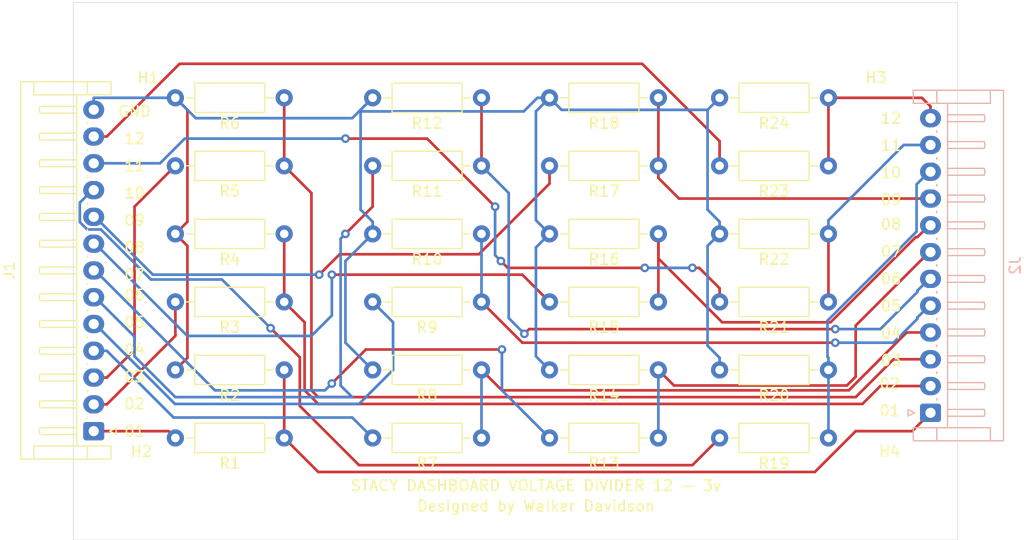
<source format=kicad_pcb>
(kicad_pcb (version 20171130) (host pcbnew 5.1.4-3.fc30)

  (general
    (thickness 1.6)
    (drawings 35)
    (tracks 228)
    (zones 0)
    (modules 30)
    (nets 26)
  )

  (page A4)
  (layers
    (0 F.Cu signal)
    (31 B.Cu signal)
    (32 B.Adhes user)
    (33 F.Adhes user)
    (34 B.Paste user)
    (35 F.Paste user)
    (36 B.SilkS user)
    (37 F.SilkS user)
    (38 B.Mask user)
    (39 F.Mask user)
    (40 Dwgs.User user)
    (41 Cmts.User user)
    (42 Eco1.User user)
    (43 Eco2.User user)
    (44 Edge.Cuts user)
    (45 Margin user)
    (46 B.CrtYd user)
    (47 F.CrtYd user)
    (48 B.Fab user)
    (49 F.Fab user)
  )

  (setup
    (last_trace_width 0.25)
    (trace_clearance 0.2)
    (zone_clearance 0.508)
    (zone_45_only no)
    (trace_min 0.2)
    (via_size 0.8)
    (via_drill 0.4)
    (via_min_size 0.4)
    (via_min_drill 0.3)
    (uvia_size 0.3)
    (uvia_drill 0.1)
    (uvias_allowed no)
    (uvia_min_size 0.2)
    (uvia_min_drill 0.1)
    (edge_width 0.05)
    (segment_width 0.2)
    (pcb_text_width 0.3)
    (pcb_text_size 1.5 1.5)
    (mod_edge_width 0.12)
    (mod_text_size 1 1)
    (mod_text_width 0.15)
    (pad_size 1.524 1.524)
    (pad_drill 0.762)
    (pad_to_mask_clearance 0.051)
    (solder_mask_min_width 0.25)
    (aux_axis_origin 0 0)
    (visible_elements FFFFFF7F)
    (pcbplotparams
      (layerselection 0x010fc_ffffffff)
      (usegerberextensions false)
      (usegerberattributes false)
      (usegerberadvancedattributes false)
      (creategerberjobfile false)
      (excludeedgelayer true)
      (linewidth 0.100000)
      (plotframeref false)
      (viasonmask false)
      (mode 1)
      (useauxorigin false)
      (hpglpennumber 1)
      (hpglpenspeed 20)
      (hpglpendiameter 15.000000)
      (psnegative false)
      (psa4output false)
      (plotreference true)
      (plotvalue true)
      (plotinvisibletext false)
      (padsonsilk false)
      (subtractmaskfromsilk false)
      (outputformat 1)
      (mirror false)
      (drillshape 0)
      (scaleselection 1)
      (outputdirectory "./"))
  )

  (net 0 "")
  (net 1 "Net-(J1-Pad1)")
  (net 2 "Net-(J1-Pad2)")
  (net 3 "Net-(J1-Pad3)")
  (net 4 "Net-(J1-Pad4)")
  (net 5 "Net-(J1-Pad5)")
  (net 6 "Net-(J1-Pad6)")
  (net 7 "Net-(J1-Pad7)")
  (net 8 "Net-(J1-Pad8)")
  (net 9 "Net-(J1-Pad9)")
  (net 10 "Net-(J1-Pad10)")
  (net 11 "Net-(J1-Pad11)")
  (net 12 "Net-(J1-Pad12)")
  (net 13 GND)
  (net 14 "Net-(J2-Pad1)")
  (net 15 "Net-(J2-Pad2)")
  (net 16 "Net-(J2-Pad3)")
  (net 17 "Net-(J2-Pad4)")
  (net 18 "Net-(J2-Pad5)")
  (net 19 "Net-(J2-Pad6)")
  (net 20 "Net-(J2-Pad7)")
  (net 21 "Net-(J2-Pad8)")
  (net 22 "Net-(J2-Pad9)")
  (net 23 "Net-(J2-Pad10)")
  (net 24 "Net-(J2-Pad11)")
  (net 25 "Net-(J2-Pad12)")

  (net_class Default "This is the default net class."
    (clearance 0.2)
    (trace_width 0.25)
    (via_dia 0.8)
    (via_drill 0.4)
    (uvia_dia 0.3)
    (uvia_drill 0.1)
    (add_net GND)
    (add_net "Net-(J1-Pad1)")
    (add_net "Net-(J1-Pad10)")
    (add_net "Net-(J1-Pad11)")
    (add_net "Net-(J1-Pad12)")
    (add_net "Net-(J1-Pad2)")
    (add_net "Net-(J1-Pad3)")
    (add_net "Net-(J1-Pad4)")
    (add_net "Net-(J1-Pad5)")
    (add_net "Net-(J1-Pad6)")
    (add_net "Net-(J1-Pad7)")
    (add_net "Net-(J1-Pad8)")
    (add_net "Net-(J1-Pad9)")
    (add_net "Net-(J2-Pad1)")
    (add_net "Net-(J2-Pad10)")
    (add_net "Net-(J2-Pad11)")
    (add_net "Net-(J2-Pad12)")
    (add_net "Net-(J2-Pad2)")
    (add_net "Net-(J2-Pad3)")
    (add_net "Net-(J2-Pad4)")
    (add_net "Net-(J2-Pad5)")
    (add_net "Net-(J2-Pad6)")
    (add_net "Net-(J2-Pad7)")
    (add_net "Net-(J2-Pad8)")
    (add_net "Net-(J2-Pad9)")
  )

  (module MountingHole:MountingHole_2.2mm_M2 (layer F.Cu) (tedit 56D1B4CB) (tstamp 5DDF617B)
    (at 159.385 106.68)
    (descr "Mounting Hole 2.2mm, no annular, M2")
    (tags "mounting hole 2.2mm no annular m2")
    (path /5DEB4544)
    (attr virtual)
    (fp_text reference H4 (at 0 -3.2) (layer F.SilkS)
      (effects (font (size 1 1) (thickness 0.15)))
    )
    (fp_text value MountingHole (at 0 3.2) (layer F.Fab)
      (effects (font (size 1 1) (thickness 0.15)))
    )
    (fp_circle (center 0 0) (end 2.45 0) (layer F.CrtYd) (width 0.05))
    (fp_circle (center 0 0) (end 2.2 0) (layer Cmts.User) (width 0.15))
    (fp_text user %R (at 0.3 0) (layer F.Fab)
      (effects (font (size 1 1) (thickness 0.15)))
    )
    (pad 1 np_thru_hole circle (at 0 0) (size 2.2 2.2) (drill 2.2) (layers *.Cu *.Mask))
  )

  (module MountingHole:MountingHole_2.2mm_M2 (layer F.Cu) (tedit 56D1B4CB) (tstamp 5DDF6356)
    (at 158.115 65.405 180)
    (descr "Mounting Hole 2.2mm, no annular, M2")
    (tags "mounting hole 2.2mm no annular m2")
    (path /5DEB4273)
    (attr virtual)
    (fp_text reference H3 (at 0 -3.2) (layer F.SilkS)
      (effects (font (size 1 1) (thickness 0.15)))
    )
    (fp_text value MountingHole (at 0 3.2) (layer F.Fab)
      (effects (font (size 1 1) (thickness 0.15)))
    )
    (fp_circle (center 0 0) (end 2.45 0) (layer F.CrtYd) (width 0.05))
    (fp_circle (center 0 0) (end 2.2 0) (layer Cmts.User) (width 0.15))
    (fp_text user %R (at 0.3 0 90) (layer F.Fab)
      (effects (font (size 1 1) (thickness 0.15)))
    )
    (pad 1 np_thru_hole circle (at 0 0 180) (size 2.2 2.2) (drill 2.2) (layers *.Cu *.Mask))
  )

  (module MountingHole:MountingHole_2.2mm_M2 (layer F.Cu) (tedit 56D1B4CB) (tstamp 5DDF61BB)
    (at 89.535 106.68)
    (descr "Mounting Hole 2.2mm, no annular, M2")
    (tags "mounting hole 2.2mm no annular m2")
    (path /5DEB3F85)
    (attr virtual)
    (fp_text reference H2 (at 0 -3.2) (layer F.SilkS)
      (effects (font (size 1 1) (thickness 0.15)))
    )
    (fp_text value MountingHole (at 0 3.2) (layer F.Fab)
      (effects (font (size 1 1) (thickness 0.15)))
    )
    (fp_circle (center 0 0) (end 2.45 0) (layer F.CrtYd) (width 0.05))
    (fp_circle (center 0 0) (end 2.2 0) (layer Cmts.User) (width 0.15))
    (fp_text user %R (at 0.3 0) (layer F.Fab)
      (effects (font (size 1 1) (thickness 0.15)))
    )
    (pad 1 np_thru_hole circle (at 0 0) (size 2.2 2.2) (drill 2.2) (layers *.Cu *.Mask))
  )

  (module MountingHole:MountingHole_2.2mm_M2 (layer F.Cu) (tedit 56D1B4CB) (tstamp 5DDF5451)
    (at 90.17 65.405 180)
    (descr "Mounting Hole 2.2mm, no annular, M2")
    (tags "mounting hole 2.2mm no annular m2")
    (path /5DEB3C4F)
    (attr virtual)
    (fp_text reference H1 (at 0 -3.2) (layer F.SilkS)
      (effects (font (size 1 1) (thickness 0.15)))
    )
    (fp_text value MountingHole (at 0 3.2) (layer F.Fab)
      (effects (font (size 1 1) (thickness 0.15)))
    )
    (fp_circle (center 0 0) (end 2.45 0) (layer F.CrtYd) (width 0.05))
    (fp_circle (center 0 0) (end 2.2 0) (layer Cmts.User) (width 0.15))
    (fp_text user %R (at 0.3 0) (layer F.Fab)
      (effects (font (size 1 1) (thickness 0.15)))
    )
    (pad 1 np_thru_hole circle (at 0 0 180) (size 2.2 2.2) (drill 2.2) (layers *.Cu *.Mask))
  )

  (module Connector_JST:JST_EH_S13B-EH_1x13_P2.50mm_Horizontal (layer F.Cu) (tedit 5B7717B9) (tstamp 5DDF26B5)
    (at 85.09 101.6 90)
    (descr "JST EH series connector, S13B-EH (http://www.jst-mfg.com/product/pdf/eng/eEH.pdf), generated with kicad-footprint-generator")
    (tags "connector JST EH top entry")
    (path /5DE9A643)
    (fp_text reference J1 (at 15 -7.9 90) (layer F.SilkS)
      (effects (font (size 1 1) (thickness 0.15)))
    )
    (fp_text value Conn_01x13_Female (at 15 2.7 90) (layer F.Fab)
      (effects (font (size 1 1) (thickness 0.15)))
    )
    (fp_line (start -1.5 -0.7) (end -1.5 1.5) (layer F.Fab) (width 0.1))
    (fp_line (start -1.5 1.5) (end -2.5 1.5) (layer F.Fab) (width 0.1))
    (fp_line (start -2.5 1.5) (end -2.5 -6.7) (layer F.Fab) (width 0.1))
    (fp_line (start -2.5 -6.7) (end 32.5 -6.7) (layer F.Fab) (width 0.1))
    (fp_line (start 32.5 -6.7) (end 32.5 1.5) (layer F.Fab) (width 0.1))
    (fp_line (start 32.5 1.5) (end 31.5 1.5) (layer F.Fab) (width 0.1))
    (fp_line (start 31.5 1.5) (end 31.5 -0.7) (layer F.Fab) (width 0.1))
    (fp_line (start 31.5 -0.7) (end -1.5 -0.7) (layer F.Fab) (width 0.1))
    (fp_line (start -3 -7.2) (end -3 2) (layer F.CrtYd) (width 0.05))
    (fp_line (start -3 2) (end 33 2) (layer F.CrtYd) (width 0.05))
    (fp_line (start 33 2) (end 33 -7.2) (layer F.CrtYd) (width 0.05))
    (fp_line (start 33 -7.2) (end -3 -7.2) (layer F.CrtYd) (width 0.05))
    (fp_line (start -1.39 -0.59) (end -1.39 1.61) (layer F.SilkS) (width 0.12))
    (fp_line (start -1.39 1.61) (end -2.61 1.61) (layer F.SilkS) (width 0.12))
    (fp_line (start -2.61 1.61) (end -2.61 -6.81) (layer F.SilkS) (width 0.12))
    (fp_line (start -2.61 -6.81) (end 32.61 -6.81) (layer F.SilkS) (width 0.12))
    (fp_line (start 32.61 -6.81) (end 32.61 1.61) (layer F.SilkS) (width 0.12))
    (fp_line (start 32.61 1.61) (end 31.39 1.61) (layer F.SilkS) (width 0.12))
    (fp_line (start 31.39 1.61) (end 31.39 -0.59) (layer F.SilkS) (width 0.12))
    (fp_line (start -2.61 -5.59) (end -1.39 -5.59) (layer F.SilkS) (width 0.12))
    (fp_line (start -1.39 -5.59) (end -1.39 -0.59) (layer F.SilkS) (width 0.12))
    (fp_line (start -1.39 -0.59) (end -2.61 -0.59) (layer F.SilkS) (width 0.12))
    (fp_line (start 32.61 -5.59) (end 31.39 -5.59) (layer F.SilkS) (width 0.12))
    (fp_line (start 31.39 -5.59) (end 31.39 -0.59) (layer F.SilkS) (width 0.12))
    (fp_line (start 31.39 -0.59) (end 32.61 -0.59) (layer F.SilkS) (width 0.12))
    (fp_line (start -1.39 -1.59) (end 31.39 -1.59) (layer F.SilkS) (width 0.12))
    (fp_line (start 0 -1.59) (end -0.32 -1.59) (layer F.SilkS) (width 0.12))
    (fp_line (start -0.32 -1.59) (end -0.32 -5.01) (layer F.SilkS) (width 0.12))
    (fp_line (start -0.32 -5.01) (end 0 -5.09) (layer F.SilkS) (width 0.12))
    (fp_line (start 0 -5.09) (end 0.32 -5.01) (layer F.SilkS) (width 0.12))
    (fp_line (start 0.32 -5.01) (end 0.32 -1.59) (layer F.SilkS) (width 0.12))
    (fp_line (start 0.32 -1.59) (end 0 -1.59) (layer F.SilkS) (width 0.12))
    (fp_line (start 1.17 -0.59) (end 1.33 -0.59) (layer F.SilkS) (width 0.12))
    (fp_line (start 2.5 -1.59) (end 2.18 -1.59) (layer F.SilkS) (width 0.12))
    (fp_line (start 2.18 -1.59) (end 2.18 -5.01) (layer F.SilkS) (width 0.12))
    (fp_line (start 2.18 -5.01) (end 2.5 -5.09) (layer F.SilkS) (width 0.12))
    (fp_line (start 2.5 -5.09) (end 2.82 -5.01) (layer F.SilkS) (width 0.12))
    (fp_line (start 2.82 -5.01) (end 2.82 -1.59) (layer F.SilkS) (width 0.12))
    (fp_line (start 2.82 -1.59) (end 2.5 -1.59) (layer F.SilkS) (width 0.12))
    (fp_line (start 3.67 -0.59) (end 3.83 -0.59) (layer F.SilkS) (width 0.12))
    (fp_line (start 5 -1.59) (end 4.68 -1.59) (layer F.SilkS) (width 0.12))
    (fp_line (start 4.68 -1.59) (end 4.68 -5.01) (layer F.SilkS) (width 0.12))
    (fp_line (start 4.68 -5.01) (end 5 -5.09) (layer F.SilkS) (width 0.12))
    (fp_line (start 5 -5.09) (end 5.32 -5.01) (layer F.SilkS) (width 0.12))
    (fp_line (start 5.32 -5.01) (end 5.32 -1.59) (layer F.SilkS) (width 0.12))
    (fp_line (start 5.32 -1.59) (end 5 -1.59) (layer F.SilkS) (width 0.12))
    (fp_line (start 6.17 -0.59) (end 6.33 -0.59) (layer F.SilkS) (width 0.12))
    (fp_line (start 7.5 -1.59) (end 7.18 -1.59) (layer F.SilkS) (width 0.12))
    (fp_line (start 7.18 -1.59) (end 7.18 -5.01) (layer F.SilkS) (width 0.12))
    (fp_line (start 7.18 -5.01) (end 7.5 -5.09) (layer F.SilkS) (width 0.12))
    (fp_line (start 7.5 -5.09) (end 7.82 -5.01) (layer F.SilkS) (width 0.12))
    (fp_line (start 7.82 -5.01) (end 7.82 -1.59) (layer F.SilkS) (width 0.12))
    (fp_line (start 7.82 -1.59) (end 7.5 -1.59) (layer F.SilkS) (width 0.12))
    (fp_line (start 8.67 -0.59) (end 8.83 -0.59) (layer F.SilkS) (width 0.12))
    (fp_line (start 10 -1.59) (end 9.68 -1.59) (layer F.SilkS) (width 0.12))
    (fp_line (start 9.68 -1.59) (end 9.68 -5.01) (layer F.SilkS) (width 0.12))
    (fp_line (start 9.68 -5.01) (end 10 -5.09) (layer F.SilkS) (width 0.12))
    (fp_line (start 10 -5.09) (end 10.32 -5.01) (layer F.SilkS) (width 0.12))
    (fp_line (start 10.32 -5.01) (end 10.32 -1.59) (layer F.SilkS) (width 0.12))
    (fp_line (start 10.32 -1.59) (end 10 -1.59) (layer F.SilkS) (width 0.12))
    (fp_line (start 11.17 -0.59) (end 11.33 -0.59) (layer F.SilkS) (width 0.12))
    (fp_line (start 12.5 -1.59) (end 12.18 -1.59) (layer F.SilkS) (width 0.12))
    (fp_line (start 12.18 -1.59) (end 12.18 -5.01) (layer F.SilkS) (width 0.12))
    (fp_line (start 12.18 -5.01) (end 12.5 -5.09) (layer F.SilkS) (width 0.12))
    (fp_line (start 12.5 -5.09) (end 12.82 -5.01) (layer F.SilkS) (width 0.12))
    (fp_line (start 12.82 -5.01) (end 12.82 -1.59) (layer F.SilkS) (width 0.12))
    (fp_line (start 12.82 -1.59) (end 12.5 -1.59) (layer F.SilkS) (width 0.12))
    (fp_line (start 13.67 -0.59) (end 13.83 -0.59) (layer F.SilkS) (width 0.12))
    (fp_line (start 15 -1.59) (end 14.68 -1.59) (layer F.SilkS) (width 0.12))
    (fp_line (start 14.68 -1.59) (end 14.68 -5.01) (layer F.SilkS) (width 0.12))
    (fp_line (start 14.68 -5.01) (end 15 -5.09) (layer F.SilkS) (width 0.12))
    (fp_line (start 15 -5.09) (end 15.32 -5.01) (layer F.SilkS) (width 0.12))
    (fp_line (start 15.32 -5.01) (end 15.32 -1.59) (layer F.SilkS) (width 0.12))
    (fp_line (start 15.32 -1.59) (end 15 -1.59) (layer F.SilkS) (width 0.12))
    (fp_line (start 16.17 -0.59) (end 16.33 -0.59) (layer F.SilkS) (width 0.12))
    (fp_line (start 17.5 -1.59) (end 17.18 -1.59) (layer F.SilkS) (width 0.12))
    (fp_line (start 17.18 -1.59) (end 17.18 -5.01) (layer F.SilkS) (width 0.12))
    (fp_line (start 17.18 -5.01) (end 17.5 -5.09) (layer F.SilkS) (width 0.12))
    (fp_line (start 17.5 -5.09) (end 17.82 -5.01) (layer F.SilkS) (width 0.12))
    (fp_line (start 17.82 -5.01) (end 17.82 -1.59) (layer F.SilkS) (width 0.12))
    (fp_line (start 17.82 -1.59) (end 17.5 -1.59) (layer F.SilkS) (width 0.12))
    (fp_line (start 18.67 -0.59) (end 18.83 -0.59) (layer F.SilkS) (width 0.12))
    (fp_line (start 20 -1.59) (end 19.68 -1.59) (layer F.SilkS) (width 0.12))
    (fp_line (start 19.68 -1.59) (end 19.68 -5.01) (layer F.SilkS) (width 0.12))
    (fp_line (start 19.68 -5.01) (end 20 -5.09) (layer F.SilkS) (width 0.12))
    (fp_line (start 20 -5.09) (end 20.32 -5.01) (layer F.SilkS) (width 0.12))
    (fp_line (start 20.32 -5.01) (end 20.32 -1.59) (layer F.SilkS) (width 0.12))
    (fp_line (start 20.32 -1.59) (end 20 -1.59) (layer F.SilkS) (width 0.12))
    (fp_line (start 21.17 -0.59) (end 21.33 -0.59) (layer F.SilkS) (width 0.12))
    (fp_line (start 22.5 -1.59) (end 22.18 -1.59) (layer F.SilkS) (width 0.12))
    (fp_line (start 22.18 -1.59) (end 22.18 -5.01) (layer F.SilkS) (width 0.12))
    (fp_line (start 22.18 -5.01) (end 22.5 -5.09) (layer F.SilkS) (width 0.12))
    (fp_line (start 22.5 -5.09) (end 22.82 -5.01) (layer F.SilkS) (width 0.12))
    (fp_line (start 22.82 -5.01) (end 22.82 -1.59) (layer F.SilkS) (width 0.12))
    (fp_line (start 22.82 -1.59) (end 22.5 -1.59) (layer F.SilkS) (width 0.12))
    (fp_line (start 23.67 -0.59) (end 23.83 -0.59) (layer F.SilkS) (width 0.12))
    (fp_line (start 25 -1.59) (end 24.68 -1.59) (layer F.SilkS) (width 0.12))
    (fp_line (start 24.68 -1.59) (end 24.68 -5.01) (layer F.SilkS) (width 0.12))
    (fp_line (start 24.68 -5.01) (end 25 -5.09) (layer F.SilkS) (width 0.12))
    (fp_line (start 25 -5.09) (end 25.32 -5.01) (layer F.SilkS) (width 0.12))
    (fp_line (start 25.32 -5.01) (end 25.32 -1.59) (layer F.SilkS) (width 0.12))
    (fp_line (start 25.32 -1.59) (end 25 -1.59) (layer F.SilkS) (width 0.12))
    (fp_line (start 26.17 -0.59) (end 26.33 -0.59) (layer F.SilkS) (width 0.12))
    (fp_line (start 27.5 -1.59) (end 27.18 -1.59) (layer F.SilkS) (width 0.12))
    (fp_line (start 27.18 -1.59) (end 27.18 -5.01) (layer F.SilkS) (width 0.12))
    (fp_line (start 27.18 -5.01) (end 27.5 -5.09) (layer F.SilkS) (width 0.12))
    (fp_line (start 27.5 -5.09) (end 27.82 -5.01) (layer F.SilkS) (width 0.12))
    (fp_line (start 27.82 -5.01) (end 27.82 -1.59) (layer F.SilkS) (width 0.12))
    (fp_line (start 27.82 -1.59) (end 27.5 -1.59) (layer F.SilkS) (width 0.12))
    (fp_line (start 28.67 -0.59) (end 28.83 -0.59) (layer F.SilkS) (width 0.12))
    (fp_line (start 30 -1.59) (end 29.68 -1.59) (layer F.SilkS) (width 0.12))
    (fp_line (start 29.68 -1.59) (end 29.68 -5.01) (layer F.SilkS) (width 0.12))
    (fp_line (start 29.68 -5.01) (end 30 -5.09) (layer F.SilkS) (width 0.12))
    (fp_line (start 30 -5.09) (end 30.32 -5.01) (layer F.SilkS) (width 0.12))
    (fp_line (start 30.32 -5.01) (end 30.32 -1.59) (layer F.SilkS) (width 0.12))
    (fp_line (start 30.32 -1.59) (end 30 -1.59) (layer F.SilkS) (width 0.12))
    (fp_line (start 0 1.5) (end -0.3 2.1) (layer F.SilkS) (width 0.12))
    (fp_line (start -0.3 2.1) (end 0.3 2.1) (layer F.SilkS) (width 0.12))
    (fp_line (start 0.3 2.1) (end 0 1.5) (layer F.SilkS) (width 0.12))
    (fp_line (start -0.5 -0.7) (end 0 -1.407107) (layer F.Fab) (width 0.1))
    (fp_line (start 0 -1.407107) (end 0.5 -0.7) (layer F.Fab) (width 0.1))
    (fp_text user %R (at 15 -2.6 90) (layer F.Fab)
      (effects (font (size 1 1) (thickness 0.15)))
    )
    (pad 1 thru_hole roundrect (at 0 0 90) (size 1.7 1.95) (drill 0.95) (layers *.Cu *.Mask) (roundrect_rratio 0.147059)
      (net 1 "Net-(J1-Pad1)"))
    (pad 2 thru_hole oval (at 2.5 0 90) (size 1.7 1.95) (drill 0.95) (layers *.Cu *.Mask)
      (net 2 "Net-(J1-Pad2)"))
    (pad 3 thru_hole oval (at 5 0 90) (size 1.7 1.95) (drill 0.95) (layers *.Cu *.Mask)
      (net 3 "Net-(J1-Pad3)"))
    (pad 4 thru_hole oval (at 7.5 0 90) (size 1.7 1.95) (drill 0.95) (layers *.Cu *.Mask)
      (net 4 "Net-(J1-Pad4)"))
    (pad 5 thru_hole oval (at 10 0 90) (size 1.7 1.95) (drill 0.95) (layers *.Cu *.Mask)
      (net 5 "Net-(J1-Pad5)"))
    (pad 6 thru_hole oval (at 12.5 0 90) (size 1.7 1.95) (drill 0.95) (layers *.Cu *.Mask)
      (net 6 "Net-(J1-Pad6)"))
    (pad 7 thru_hole oval (at 15 0 90) (size 1.7 1.95) (drill 0.95) (layers *.Cu *.Mask)
      (net 7 "Net-(J1-Pad7)"))
    (pad 8 thru_hole oval (at 17.5 0 90) (size 1.7 1.95) (drill 0.95) (layers *.Cu *.Mask)
      (net 8 "Net-(J1-Pad8)"))
    (pad 9 thru_hole oval (at 20 0 90) (size 1.7 1.95) (drill 0.95) (layers *.Cu *.Mask)
      (net 9 "Net-(J1-Pad9)"))
    (pad 10 thru_hole oval (at 22.5 0 90) (size 1.7 1.95) (drill 0.95) (layers *.Cu *.Mask)
      (net 10 "Net-(J1-Pad10)"))
    (pad 11 thru_hole oval (at 25 0 90) (size 1.7 1.95) (drill 0.95) (layers *.Cu *.Mask)
      (net 11 "Net-(J1-Pad11)"))
    (pad 12 thru_hole oval (at 27.5 0 90) (size 1.7 1.95) (drill 0.95) (layers *.Cu *.Mask)
      (net 12 "Net-(J1-Pad12)"))
    (pad 13 thru_hole oval (at 30 0 90) (size 1.7 1.95) (drill 0.95) (layers *.Cu *.Mask)
      (net 13 GND))
    (model ${KISYS3DMOD}/Connector_JST.3dshapes/JST_EH_S13B-EH_1x13_P2.50mm_Horizontal.wrl
      (at (xyz 0 0 0))
      (scale (xyz 1 1 1))
      (rotate (xyz 0 0 0))
    )
  )

  (module Connector_JST:JST_EH_S12B-EH_1x12_P2.50mm_Horizontal (layer B.Cu) (tedit 5B7717B9) (tstamp 5DDF2738)
    (at 163.195 99.89 90)
    (descr "JST EH series connector, S12B-EH (http://www.jst-mfg.com/product/pdf/eng/eEH.pdf), generated with kicad-footprint-generator")
    (tags "connector JST EH top entry")
    (path /5DE76C01)
    (fp_text reference J2 (at 13.75 7.9 -90) (layer B.SilkS)
      (effects (font (size 1 1) (thickness 0.15)) (justify mirror))
    )
    (fp_text value Conn_01x12_Female (at 13.75 -2.7 -90) (layer B.Fab)
      (effects (font (size 1 1) (thickness 0.15)) (justify mirror))
    )
    (fp_line (start -1.5 0.7) (end -1.5 -1.5) (layer B.Fab) (width 0.1))
    (fp_line (start -1.5 -1.5) (end -2.5 -1.5) (layer B.Fab) (width 0.1))
    (fp_line (start -2.5 -1.5) (end -2.5 6.7) (layer B.Fab) (width 0.1))
    (fp_line (start -2.5 6.7) (end 30 6.7) (layer B.Fab) (width 0.1))
    (fp_line (start 30 6.7) (end 30 -1.5) (layer B.Fab) (width 0.1))
    (fp_line (start 30 -1.5) (end 29 -1.5) (layer B.Fab) (width 0.1))
    (fp_line (start 29 -1.5) (end 29 0.7) (layer B.Fab) (width 0.1))
    (fp_line (start 29 0.7) (end -1.5 0.7) (layer B.Fab) (width 0.1))
    (fp_line (start -3 7.2) (end -3 -2) (layer B.CrtYd) (width 0.05))
    (fp_line (start -3 -2) (end 30.5 -2) (layer B.CrtYd) (width 0.05))
    (fp_line (start 30.5 -2) (end 30.5 7.2) (layer B.CrtYd) (width 0.05))
    (fp_line (start 30.5 7.2) (end -3 7.2) (layer B.CrtYd) (width 0.05))
    (fp_line (start -1.39 0.59) (end -1.39 -1.61) (layer B.SilkS) (width 0.12))
    (fp_line (start -1.39 -1.61) (end -2.61 -1.61) (layer B.SilkS) (width 0.12))
    (fp_line (start -2.61 -1.61) (end -2.61 6.81) (layer B.SilkS) (width 0.12))
    (fp_line (start -2.61 6.81) (end 30.11 6.81) (layer B.SilkS) (width 0.12))
    (fp_line (start 30.11 6.81) (end 30.11 -1.61) (layer B.SilkS) (width 0.12))
    (fp_line (start 30.11 -1.61) (end 28.89 -1.61) (layer B.SilkS) (width 0.12))
    (fp_line (start 28.89 -1.61) (end 28.89 0.59) (layer B.SilkS) (width 0.12))
    (fp_line (start -2.61 5.59) (end -1.39 5.59) (layer B.SilkS) (width 0.12))
    (fp_line (start -1.39 5.59) (end -1.39 0.59) (layer B.SilkS) (width 0.12))
    (fp_line (start -1.39 0.59) (end -2.61 0.59) (layer B.SilkS) (width 0.12))
    (fp_line (start 30.11 5.59) (end 28.89 5.59) (layer B.SilkS) (width 0.12))
    (fp_line (start 28.89 5.59) (end 28.89 0.59) (layer B.SilkS) (width 0.12))
    (fp_line (start 28.89 0.59) (end 30.11 0.59) (layer B.SilkS) (width 0.12))
    (fp_line (start -1.39 1.59) (end 28.89 1.59) (layer B.SilkS) (width 0.12))
    (fp_line (start 0 1.59) (end -0.32 1.59) (layer B.SilkS) (width 0.12))
    (fp_line (start -0.32 1.59) (end -0.32 5.01) (layer B.SilkS) (width 0.12))
    (fp_line (start -0.32 5.01) (end 0 5.09) (layer B.SilkS) (width 0.12))
    (fp_line (start 0 5.09) (end 0.32 5.01) (layer B.SilkS) (width 0.12))
    (fp_line (start 0.32 5.01) (end 0.32 1.59) (layer B.SilkS) (width 0.12))
    (fp_line (start 0.32 1.59) (end 0 1.59) (layer B.SilkS) (width 0.12))
    (fp_line (start 1.17 0.59) (end 1.33 0.59) (layer B.SilkS) (width 0.12))
    (fp_line (start 2.5 1.59) (end 2.18 1.59) (layer B.SilkS) (width 0.12))
    (fp_line (start 2.18 1.59) (end 2.18 5.01) (layer B.SilkS) (width 0.12))
    (fp_line (start 2.18 5.01) (end 2.5 5.09) (layer B.SilkS) (width 0.12))
    (fp_line (start 2.5 5.09) (end 2.82 5.01) (layer B.SilkS) (width 0.12))
    (fp_line (start 2.82 5.01) (end 2.82 1.59) (layer B.SilkS) (width 0.12))
    (fp_line (start 2.82 1.59) (end 2.5 1.59) (layer B.SilkS) (width 0.12))
    (fp_line (start 3.67 0.59) (end 3.83 0.59) (layer B.SilkS) (width 0.12))
    (fp_line (start 5 1.59) (end 4.68 1.59) (layer B.SilkS) (width 0.12))
    (fp_line (start 4.68 1.59) (end 4.68 5.01) (layer B.SilkS) (width 0.12))
    (fp_line (start 4.68 5.01) (end 5 5.09) (layer B.SilkS) (width 0.12))
    (fp_line (start 5 5.09) (end 5.32 5.01) (layer B.SilkS) (width 0.12))
    (fp_line (start 5.32 5.01) (end 5.32 1.59) (layer B.SilkS) (width 0.12))
    (fp_line (start 5.32 1.59) (end 5 1.59) (layer B.SilkS) (width 0.12))
    (fp_line (start 6.17 0.59) (end 6.33 0.59) (layer B.SilkS) (width 0.12))
    (fp_line (start 7.5 1.59) (end 7.18 1.59) (layer B.SilkS) (width 0.12))
    (fp_line (start 7.18 1.59) (end 7.18 5.01) (layer B.SilkS) (width 0.12))
    (fp_line (start 7.18 5.01) (end 7.5 5.09) (layer B.SilkS) (width 0.12))
    (fp_line (start 7.5 5.09) (end 7.82 5.01) (layer B.SilkS) (width 0.12))
    (fp_line (start 7.82 5.01) (end 7.82 1.59) (layer B.SilkS) (width 0.12))
    (fp_line (start 7.82 1.59) (end 7.5 1.59) (layer B.SilkS) (width 0.12))
    (fp_line (start 8.67 0.59) (end 8.83 0.59) (layer B.SilkS) (width 0.12))
    (fp_line (start 10 1.59) (end 9.68 1.59) (layer B.SilkS) (width 0.12))
    (fp_line (start 9.68 1.59) (end 9.68 5.01) (layer B.SilkS) (width 0.12))
    (fp_line (start 9.68 5.01) (end 10 5.09) (layer B.SilkS) (width 0.12))
    (fp_line (start 10 5.09) (end 10.32 5.01) (layer B.SilkS) (width 0.12))
    (fp_line (start 10.32 5.01) (end 10.32 1.59) (layer B.SilkS) (width 0.12))
    (fp_line (start 10.32 1.59) (end 10 1.59) (layer B.SilkS) (width 0.12))
    (fp_line (start 11.17 0.59) (end 11.33 0.59) (layer B.SilkS) (width 0.12))
    (fp_line (start 12.5 1.59) (end 12.18 1.59) (layer B.SilkS) (width 0.12))
    (fp_line (start 12.18 1.59) (end 12.18 5.01) (layer B.SilkS) (width 0.12))
    (fp_line (start 12.18 5.01) (end 12.5 5.09) (layer B.SilkS) (width 0.12))
    (fp_line (start 12.5 5.09) (end 12.82 5.01) (layer B.SilkS) (width 0.12))
    (fp_line (start 12.82 5.01) (end 12.82 1.59) (layer B.SilkS) (width 0.12))
    (fp_line (start 12.82 1.59) (end 12.5 1.59) (layer B.SilkS) (width 0.12))
    (fp_line (start 13.67 0.59) (end 13.83 0.59) (layer B.SilkS) (width 0.12))
    (fp_line (start 15 1.59) (end 14.68 1.59) (layer B.SilkS) (width 0.12))
    (fp_line (start 14.68 1.59) (end 14.68 5.01) (layer B.SilkS) (width 0.12))
    (fp_line (start 14.68 5.01) (end 15 5.09) (layer B.SilkS) (width 0.12))
    (fp_line (start 15 5.09) (end 15.32 5.01) (layer B.SilkS) (width 0.12))
    (fp_line (start 15.32 5.01) (end 15.32 1.59) (layer B.SilkS) (width 0.12))
    (fp_line (start 15.32 1.59) (end 15 1.59) (layer B.SilkS) (width 0.12))
    (fp_line (start 16.17 0.59) (end 16.33 0.59) (layer B.SilkS) (width 0.12))
    (fp_line (start 17.5 1.59) (end 17.18 1.59) (layer B.SilkS) (width 0.12))
    (fp_line (start 17.18 1.59) (end 17.18 5.01) (layer B.SilkS) (width 0.12))
    (fp_line (start 17.18 5.01) (end 17.5 5.09) (layer B.SilkS) (width 0.12))
    (fp_line (start 17.5 5.09) (end 17.82 5.01) (layer B.SilkS) (width 0.12))
    (fp_line (start 17.82 5.01) (end 17.82 1.59) (layer B.SilkS) (width 0.12))
    (fp_line (start 17.82 1.59) (end 17.5 1.59) (layer B.SilkS) (width 0.12))
    (fp_line (start 18.67 0.59) (end 18.83 0.59) (layer B.SilkS) (width 0.12))
    (fp_line (start 20 1.59) (end 19.68 1.59) (layer B.SilkS) (width 0.12))
    (fp_line (start 19.68 1.59) (end 19.68 5.01) (layer B.SilkS) (width 0.12))
    (fp_line (start 19.68 5.01) (end 20 5.09) (layer B.SilkS) (width 0.12))
    (fp_line (start 20 5.09) (end 20.32 5.01) (layer B.SilkS) (width 0.12))
    (fp_line (start 20.32 5.01) (end 20.32 1.59) (layer B.SilkS) (width 0.12))
    (fp_line (start 20.32 1.59) (end 20 1.59) (layer B.SilkS) (width 0.12))
    (fp_line (start 21.17 0.59) (end 21.33 0.59) (layer B.SilkS) (width 0.12))
    (fp_line (start 22.5 1.59) (end 22.18 1.59) (layer B.SilkS) (width 0.12))
    (fp_line (start 22.18 1.59) (end 22.18 5.01) (layer B.SilkS) (width 0.12))
    (fp_line (start 22.18 5.01) (end 22.5 5.09) (layer B.SilkS) (width 0.12))
    (fp_line (start 22.5 5.09) (end 22.82 5.01) (layer B.SilkS) (width 0.12))
    (fp_line (start 22.82 5.01) (end 22.82 1.59) (layer B.SilkS) (width 0.12))
    (fp_line (start 22.82 1.59) (end 22.5 1.59) (layer B.SilkS) (width 0.12))
    (fp_line (start 23.67 0.59) (end 23.83 0.59) (layer B.SilkS) (width 0.12))
    (fp_line (start 25 1.59) (end 24.68 1.59) (layer B.SilkS) (width 0.12))
    (fp_line (start 24.68 1.59) (end 24.68 5.01) (layer B.SilkS) (width 0.12))
    (fp_line (start 24.68 5.01) (end 25 5.09) (layer B.SilkS) (width 0.12))
    (fp_line (start 25 5.09) (end 25.32 5.01) (layer B.SilkS) (width 0.12))
    (fp_line (start 25.32 5.01) (end 25.32 1.59) (layer B.SilkS) (width 0.12))
    (fp_line (start 25.32 1.59) (end 25 1.59) (layer B.SilkS) (width 0.12))
    (fp_line (start 26.17 0.59) (end 26.33 0.59) (layer B.SilkS) (width 0.12))
    (fp_line (start 27.5 1.59) (end 27.18 1.59) (layer B.SilkS) (width 0.12))
    (fp_line (start 27.18 1.59) (end 27.18 5.01) (layer B.SilkS) (width 0.12))
    (fp_line (start 27.18 5.01) (end 27.5 5.09) (layer B.SilkS) (width 0.12))
    (fp_line (start 27.5 5.09) (end 27.82 5.01) (layer B.SilkS) (width 0.12))
    (fp_line (start 27.82 5.01) (end 27.82 1.59) (layer B.SilkS) (width 0.12))
    (fp_line (start 27.82 1.59) (end 27.5 1.59) (layer B.SilkS) (width 0.12))
    (fp_line (start 0 -1.5) (end -0.3 -2.1) (layer B.SilkS) (width 0.12))
    (fp_line (start -0.3 -2.1) (end 0.3 -2.1) (layer B.SilkS) (width 0.12))
    (fp_line (start 0.3 -2.1) (end 0 -1.5) (layer B.SilkS) (width 0.12))
    (fp_line (start -0.5 0.7) (end 0 1.407107) (layer B.Fab) (width 0.1))
    (fp_line (start 0 1.407107) (end 0.5 0.7) (layer B.Fab) (width 0.1))
    (fp_text user %R (at 13.75 2.6 -90) (layer B.Fab)
      (effects (font (size 1 1) (thickness 0.15)) (justify mirror))
    )
    (pad 1 thru_hole roundrect (at 0 0 90) (size 1.7 1.95) (drill 0.95) (layers *.Cu *.Mask) (roundrect_rratio 0.147059)
      (net 14 "Net-(J2-Pad1)"))
    (pad 2 thru_hole oval (at 2.5 0 90) (size 1.7 1.95) (drill 0.95) (layers *.Cu *.Mask)
      (net 15 "Net-(J2-Pad2)"))
    (pad 3 thru_hole oval (at 5 0 90) (size 1.7 1.95) (drill 0.95) (layers *.Cu *.Mask)
      (net 16 "Net-(J2-Pad3)"))
    (pad 4 thru_hole oval (at 7.5 0 90) (size 1.7 1.95) (drill 0.95) (layers *.Cu *.Mask)
      (net 17 "Net-(J2-Pad4)"))
    (pad 5 thru_hole oval (at 10 0 90) (size 1.7 1.95) (drill 0.95) (layers *.Cu *.Mask)
      (net 18 "Net-(J2-Pad5)"))
    (pad 6 thru_hole oval (at 12.5 0 90) (size 1.7 1.95) (drill 0.95) (layers *.Cu *.Mask)
      (net 19 "Net-(J2-Pad6)"))
    (pad 7 thru_hole oval (at 15 0 90) (size 1.7 1.95) (drill 0.95) (layers *.Cu *.Mask)
      (net 20 "Net-(J2-Pad7)"))
    (pad 8 thru_hole oval (at 17.5 0 90) (size 1.7 1.95) (drill 0.95) (layers *.Cu *.Mask)
      (net 21 "Net-(J2-Pad8)"))
    (pad 9 thru_hole oval (at 20 0 90) (size 1.7 1.95) (drill 0.95) (layers *.Cu *.Mask)
      (net 22 "Net-(J2-Pad9)"))
    (pad 10 thru_hole oval (at 22.5 0 90) (size 1.7 1.95) (drill 0.95) (layers *.Cu *.Mask)
      (net 23 "Net-(J2-Pad10)"))
    (pad 11 thru_hole oval (at 25 0 90) (size 1.7 1.95) (drill 0.95) (layers *.Cu *.Mask)
      (net 24 "Net-(J2-Pad11)"))
    (pad 12 thru_hole oval (at 27.5 0 90) (size 1.7 1.95) (drill 0.95) (layers *.Cu *.Mask)
      (net 25 "Net-(J2-Pad12)"))
    (model ${KISYS3DMOD}/Connector_JST.3dshapes/JST_EH_S12B-EH_1x12_P2.50mm_Horizontal.wrl
      (at (xyz 0 0 0))
      (scale (xyz 1 1 1))
      (rotate (xyz 0 0 0))
    )
  )

  (module Resistor_THT:R_Axial_DIN0207_L6.3mm_D2.5mm_P10.16mm_Horizontal (layer F.Cu) (tedit 5AE5139B) (tstamp 5DDF3AD8)
    (at 102.87 102.235 180)
    (descr "Resistor, Axial_DIN0207 series, Axial, Horizontal, pin pitch=10.16mm, 0.25W = 1/4W, length*diameter=6.3*2.5mm^2, http://cdn-reichelt.de/documents/datenblatt/B400/1_4W%23YAG.pdf")
    (tags "Resistor Axial_DIN0207 series Axial Horizontal pin pitch 10.16mm 0.25W = 1/4W length 6.3mm diameter 2.5mm")
    (path /5DE044EC)
    (fp_text reference R1 (at 5.08 -2.37) (layer F.SilkS)
      (effects (font (size 1 1) (thickness 0.15)))
    )
    (fp_text value 10k (at 5.08 2.37) (layer F.Fab)
      (effects (font (size 1 1) (thickness 0.15)))
    )
    (fp_text user %R (at 5.08 0) (layer F.Fab)
      (effects (font (size 1 1) (thickness 0.15)))
    )
    (fp_line (start 11.21 -1.5) (end -1.05 -1.5) (layer F.CrtYd) (width 0.05))
    (fp_line (start 11.21 1.5) (end 11.21 -1.5) (layer F.CrtYd) (width 0.05))
    (fp_line (start -1.05 1.5) (end 11.21 1.5) (layer F.CrtYd) (width 0.05))
    (fp_line (start -1.05 -1.5) (end -1.05 1.5) (layer F.CrtYd) (width 0.05))
    (fp_line (start 9.12 0) (end 8.35 0) (layer F.SilkS) (width 0.12))
    (fp_line (start 1.04 0) (end 1.81 0) (layer F.SilkS) (width 0.12))
    (fp_line (start 8.35 -1.37) (end 1.81 -1.37) (layer F.SilkS) (width 0.12))
    (fp_line (start 8.35 1.37) (end 8.35 -1.37) (layer F.SilkS) (width 0.12))
    (fp_line (start 1.81 1.37) (end 8.35 1.37) (layer F.SilkS) (width 0.12))
    (fp_line (start 1.81 -1.37) (end 1.81 1.37) (layer F.SilkS) (width 0.12))
    (fp_line (start 10.16 0) (end 8.23 0) (layer F.Fab) (width 0.1))
    (fp_line (start 0 0) (end 1.93 0) (layer F.Fab) (width 0.1))
    (fp_line (start 8.23 -1.25) (end 1.93 -1.25) (layer F.Fab) (width 0.1))
    (fp_line (start 8.23 1.25) (end 8.23 -1.25) (layer F.Fab) (width 0.1))
    (fp_line (start 1.93 1.25) (end 8.23 1.25) (layer F.Fab) (width 0.1))
    (fp_line (start 1.93 -1.25) (end 1.93 1.25) (layer F.Fab) (width 0.1))
    (pad 2 thru_hole oval (at 10.16 0 180) (size 1.6 1.6) (drill 0.8) (layers *.Cu *.Mask)
      (net 1 "Net-(J1-Pad1)"))
    (pad 1 thru_hole circle (at 0 0 180) (size 1.6 1.6) (drill 0.8) (layers *.Cu *.Mask)
      (net 14 "Net-(J2-Pad1)"))
    (model ${KISYS3DMOD}/Resistor_THT.3dshapes/R_Axial_DIN0207_L6.3mm_D2.5mm_P10.16mm_Horizontal.wrl
      (at (xyz 0 0 0))
      (scale (xyz 1 1 1))
      (rotate (xyz 0 0 0))
    )
  )

  (module Resistor_THT:R_Axial_DIN0207_L6.3mm_D2.5mm_P10.16mm_Horizontal (layer F.Cu) (tedit 5AE5139B) (tstamp 5DDF2766)
    (at 102.87 95.885 180)
    (descr "Resistor, Axial_DIN0207 series, Axial, Horizontal, pin pitch=10.16mm, 0.25W = 1/4W, length*diameter=6.3*2.5mm^2, http://cdn-reichelt.de/documents/datenblatt/B400/1_4W%23YAG.pdf")
    (tags "Resistor Axial_DIN0207 series Axial Horizontal pin pitch 10.16mm 0.25W = 1/4W length 6.3mm diameter 2.5mm")
    (path /5DE05DE8)
    (fp_text reference R2 (at 5.08 -2.37) (layer F.SilkS)
      (effects (font (size 1 1) (thickness 0.15)))
    )
    (fp_text value 3.3k (at 5.08 2.37) (layer F.Fab)
      (effects (font (size 1 1) (thickness 0.15)))
    )
    (fp_line (start 1.93 -1.25) (end 1.93 1.25) (layer F.Fab) (width 0.1))
    (fp_line (start 1.93 1.25) (end 8.23 1.25) (layer F.Fab) (width 0.1))
    (fp_line (start 8.23 1.25) (end 8.23 -1.25) (layer F.Fab) (width 0.1))
    (fp_line (start 8.23 -1.25) (end 1.93 -1.25) (layer F.Fab) (width 0.1))
    (fp_line (start 0 0) (end 1.93 0) (layer F.Fab) (width 0.1))
    (fp_line (start 10.16 0) (end 8.23 0) (layer F.Fab) (width 0.1))
    (fp_line (start 1.81 -1.37) (end 1.81 1.37) (layer F.SilkS) (width 0.12))
    (fp_line (start 1.81 1.37) (end 8.35 1.37) (layer F.SilkS) (width 0.12))
    (fp_line (start 8.35 1.37) (end 8.35 -1.37) (layer F.SilkS) (width 0.12))
    (fp_line (start 8.35 -1.37) (end 1.81 -1.37) (layer F.SilkS) (width 0.12))
    (fp_line (start 1.04 0) (end 1.81 0) (layer F.SilkS) (width 0.12))
    (fp_line (start 9.12 0) (end 8.35 0) (layer F.SilkS) (width 0.12))
    (fp_line (start -1.05 -1.5) (end -1.05 1.5) (layer F.CrtYd) (width 0.05))
    (fp_line (start -1.05 1.5) (end 11.21 1.5) (layer F.CrtYd) (width 0.05))
    (fp_line (start 11.21 1.5) (end 11.21 -1.5) (layer F.CrtYd) (width 0.05))
    (fp_line (start 11.21 -1.5) (end -1.05 -1.5) (layer F.CrtYd) (width 0.05))
    (fp_text user %R (at 5.08 0) (layer F.Fab)
      (effects (font (size 1 1) (thickness 0.15)))
    )
    (pad 1 thru_hole circle (at 0 0 180) (size 1.6 1.6) (drill 0.8) (layers *.Cu *.Mask)
      (net 14 "Net-(J2-Pad1)"))
    (pad 2 thru_hole oval (at 10.16 0 180) (size 1.6 1.6) (drill 0.8) (layers *.Cu *.Mask)
      (net 13 GND))
    (model ${KISYS3DMOD}/Resistor_THT.3dshapes/R_Axial_DIN0207_L6.3mm_D2.5mm_P10.16mm_Horizontal.wrl
      (at (xyz 0 0 0))
      (scale (xyz 1 1 1))
      (rotate (xyz 0 0 0))
    )
  )

  (module Resistor_THT:R_Axial_DIN0207_L6.3mm_D2.5mm_P10.16mm_Horizontal (layer F.Cu) (tedit 5AE5139B) (tstamp 5DDF459E)
    (at 102.87 89.535 180)
    (descr "Resistor, Axial_DIN0207 series, Axial, Horizontal, pin pitch=10.16mm, 0.25W = 1/4W, length*diameter=6.3*2.5mm^2, http://cdn-reichelt.de/documents/datenblatt/B400/1_4W%23YAG.pdf")
    (tags "Resistor Axial_DIN0207 series Axial Horizontal pin pitch 10.16mm 0.25W = 1/4W length 6.3mm diameter 2.5mm")
    (path /5DE179FD)
    (fp_text reference R3 (at 5.08 -2.37) (layer F.SilkS)
      (effects (font (size 1 1) (thickness 0.15)))
    )
    (fp_text value 10k (at 5.08 2.37) (layer F.Fab)
      (effects (font (size 1 1) (thickness 0.15)))
    )
    (fp_line (start 1.93 -1.25) (end 1.93 1.25) (layer F.Fab) (width 0.1))
    (fp_line (start 1.93 1.25) (end 8.23 1.25) (layer F.Fab) (width 0.1))
    (fp_line (start 8.23 1.25) (end 8.23 -1.25) (layer F.Fab) (width 0.1))
    (fp_line (start 8.23 -1.25) (end 1.93 -1.25) (layer F.Fab) (width 0.1))
    (fp_line (start 0 0) (end 1.93 0) (layer F.Fab) (width 0.1))
    (fp_line (start 10.16 0) (end 8.23 0) (layer F.Fab) (width 0.1))
    (fp_line (start 1.81 -1.37) (end 1.81 1.37) (layer F.SilkS) (width 0.12))
    (fp_line (start 1.81 1.37) (end 8.35 1.37) (layer F.SilkS) (width 0.12))
    (fp_line (start 8.35 1.37) (end 8.35 -1.37) (layer F.SilkS) (width 0.12))
    (fp_line (start 8.35 -1.37) (end 1.81 -1.37) (layer F.SilkS) (width 0.12))
    (fp_line (start 1.04 0) (end 1.81 0) (layer F.SilkS) (width 0.12))
    (fp_line (start 9.12 0) (end 8.35 0) (layer F.SilkS) (width 0.12))
    (fp_line (start -1.05 -1.5) (end -1.05 1.5) (layer F.CrtYd) (width 0.05))
    (fp_line (start -1.05 1.5) (end 11.21 1.5) (layer F.CrtYd) (width 0.05))
    (fp_line (start 11.21 1.5) (end 11.21 -1.5) (layer F.CrtYd) (width 0.05))
    (fp_line (start 11.21 -1.5) (end -1.05 -1.5) (layer F.CrtYd) (width 0.05))
    (fp_text user %R (at 5.08 0) (layer F.Fab)
      (effects (font (size 1 1) (thickness 0.15)))
    )
    (pad 1 thru_hole circle (at 0 0 180) (size 1.6 1.6) (drill 0.8) (layers *.Cu *.Mask)
      (net 15 "Net-(J2-Pad2)"))
    (pad 2 thru_hole oval (at 10.16 0 180) (size 1.6 1.6) (drill 0.8) (layers *.Cu *.Mask)
      (net 2 "Net-(J1-Pad2)"))
    (model ${KISYS3DMOD}/Resistor_THT.3dshapes/R_Axial_DIN0207_L6.3mm_D2.5mm_P10.16mm_Horizontal.wrl
      (at (xyz 0 0 0))
      (scale (xyz 1 1 1))
      (rotate (xyz 0 0 0))
    )
  )

  (module Resistor_THT:R_Axial_DIN0207_L6.3mm_D2.5mm_P10.16mm_Horizontal (layer F.Cu) (tedit 5AE5139B) (tstamp 5DDF2794)
    (at 102.87 83.185 180)
    (descr "Resistor, Axial_DIN0207 series, Axial, Horizontal, pin pitch=10.16mm, 0.25W = 1/4W, length*diameter=6.3*2.5mm^2, http://cdn-reichelt.de/documents/datenblatt/B400/1_4W%23YAG.pdf")
    (tags "Resistor Axial_DIN0207 series Axial Horizontal pin pitch 10.16mm 0.25W = 1/4W length 6.3mm diameter 2.5mm")
    (path /5DE17E26)
    (fp_text reference R4 (at 5.08 -2.37) (layer F.SilkS)
      (effects (font (size 1 1) (thickness 0.15)))
    )
    (fp_text value 3.3k (at 5.08 2.37) (layer F.Fab)
      (effects (font (size 1 1) (thickness 0.15)))
    )
    (fp_text user %R (at 5.08 0) (layer F.Fab)
      (effects (font (size 1 1) (thickness 0.15)))
    )
    (fp_line (start 11.21 -1.5) (end -1.05 -1.5) (layer F.CrtYd) (width 0.05))
    (fp_line (start 11.21 1.5) (end 11.21 -1.5) (layer F.CrtYd) (width 0.05))
    (fp_line (start -1.05 1.5) (end 11.21 1.5) (layer F.CrtYd) (width 0.05))
    (fp_line (start -1.05 -1.5) (end -1.05 1.5) (layer F.CrtYd) (width 0.05))
    (fp_line (start 9.12 0) (end 8.35 0) (layer F.SilkS) (width 0.12))
    (fp_line (start 1.04 0) (end 1.81 0) (layer F.SilkS) (width 0.12))
    (fp_line (start 8.35 -1.37) (end 1.81 -1.37) (layer F.SilkS) (width 0.12))
    (fp_line (start 8.35 1.37) (end 8.35 -1.37) (layer F.SilkS) (width 0.12))
    (fp_line (start 1.81 1.37) (end 8.35 1.37) (layer F.SilkS) (width 0.12))
    (fp_line (start 1.81 -1.37) (end 1.81 1.37) (layer F.SilkS) (width 0.12))
    (fp_line (start 10.16 0) (end 8.23 0) (layer F.Fab) (width 0.1))
    (fp_line (start 0 0) (end 1.93 0) (layer F.Fab) (width 0.1))
    (fp_line (start 8.23 -1.25) (end 1.93 -1.25) (layer F.Fab) (width 0.1))
    (fp_line (start 8.23 1.25) (end 8.23 -1.25) (layer F.Fab) (width 0.1))
    (fp_line (start 1.93 1.25) (end 8.23 1.25) (layer F.Fab) (width 0.1))
    (fp_line (start 1.93 -1.25) (end 1.93 1.25) (layer F.Fab) (width 0.1))
    (pad 2 thru_hole oval (at 10.16 0 180) (size 1.6 1.6) (drill 0.8) (layers *.Cu *.Mask)
      (net 13 GND))
    (pad 1 thru_hole circle (at 0 0 180) (size 1.6 1.6) (drill 0.8) (layers *.Cu *.Mask)
      (net 15 "Net-(J2-Pad2)"))
    (model ${KISYS3DMOD}/Resistor_THT.3dshapes/R_Axial_DIN0207_L6.3mm_D2.5mm_P10.16mm_Horizontal.wrl
      (at (xyz 0 0 0))
      (scale (xyz 1 1 1))
      (rotate (xyz 0 0 0))
    )
  )

  (module Resistor_THT:R_Axial_DIN0207_L6.3mm_D2.5mm_P10.16mm_Horizontal (layer F.Cu) (tedit 5AE5139B) (tstamp 5DDF41BF)
    (at 102.87 76.835 180)
    (descr "Resistor, Axial_DIN0207 series, Axial, Horizontal, pin pitch=10.16mm, 0.25W = 1/4W, length*diameter=6.3*2.5mm^2, http://cdn-reichelt.de/documents/datenblatt/B400/1_4W%23YAG.pdf")
    (tags "Resistor Axial_DIN0207 series Axial Horizontal pin pitch 10.16mm 0.25W = 1/4W length 6.3mm diameter 2.5mm")
    (path /5DE18A7D)
    (fp_text reference R5 (at 5.08 -2.37) (layer F.SilkS)
      (effects (font (size 1 1) (thickness 0.15)))
    )
    (fp_text value 10k (at 5.08 2.37) (layer F.Fab)
      (effects (font (size 1 1) (thickness 0.15)))
    )
    (fp_line (start 1.93 -1.25) (end 1.93 1.25) (layer F.Fab) (width 0.1))
    (fp_line (start 1.93 1.25) (end 8.23 1.25) (layer F.Fab) (width 0.1))
    (fp_line (start 8.23 1.25) (end 8.23 -1.25) (layer F.Fab) (width 0.1))
    (fp_line (start 8.23 -1.25) (end 1.93 -1.25) (layer F.Fab) (width 0.1))
    (fp_line (start 0 0) (end 1.93 0) (layer F.Fab) (width 0.1))
    (fp_line (start 10.16 0) (end 8.23 0) (layer F.Fab) (width 0.1))
    (fp_line (start 1.81 -1.37) (end 1.81 1.37) (layer F.SilkS) (width 0.12))
    (fp_line (start 1.81 1.37) (end 8.35 1.37) (layer F.SilkS) (width 0.12))
    (fp_line (start 8.35 1.37) (end 8.35 -1.37) (layer F.SilkS) (width 0.12))
    (fp_line (start 8.35 -1.37) (end 1.81 -1.37) (layer F.SilkS) (width 0.12))
    (fp_line (start 1.04 0) (end 1.81 0) (layer F.SilkS) (width 0.12))
    (fp_line (start 9.12 0) (end 8.35 0) (layer F.SilkS) (width 0.12))
    (fp_line (start -1.05 -1.5) (end -1.05 1.5) (layer F.CrtYd) (width 0.05))
    (fp_line (start -1.05 1.5) (end 11.21 1.5) (layer F.CrtYd) (width 0.05))
    (fp_line (start 11.21 1.5) (end 11.21 -1.5) (layer F.CrtYd) (width 0.05))
    (fp_line (start 11.21 -1.5) (end -1.05 -1.5) (layer F.CrtYd) (width 0.05))
    (fp_text user %R (at 5.08 0) (layer F.Fab)
      (effects (font (size 1 1) (thickness 0.15)))
    )
    (pad 1 thru_hole circle (at 0 0 180) (size 1.6 1.6) (drill 0.8) (layers *.Cu *.Mask)
      (net 16 "Net-(J2-Pad3)"))
    (pad 2 thru_hole oval (at 10.16 0 180) (size 1.6 1.6) (drill 0.8) (layers *.Cu *.Mask)
      (net 3 "Net-(J1-Pad3)"))
    (model ${KISYS3DMOD}/Resistor_THT.3dshapes/R_Axial_DIN0207_L6.3mm_D2.5mm_P10.16mm_Horizontal.wrl
      (at (xyz 0 0 0))
      (scale (xyz 1 1 1))
      (rotate (xyz 0 0 0))
    )
  )

  (module Resistor_THT:R_Axial_DIN0207_L6.3mm_D2.5mm_P10.16mm_Horizontal (layer F.Cu) (tedit 5AE5139B) (tstamp 5DDF4309)
    (at 102.87 70.485 180)
    (descr "Resistor, Axial_DIN0207 series, Axial, Horizontal, pin pitch=10.16mm, 0.25W = 1/4W, length*diameter=6.3*2.5mm^2, http://cdn-reichelt.de/documents/datenblatt/B400/1_4W%23YAG.pdf")
    (tags "Resistor Axial_DIN0207 series Axial Horizontal pin pitch 10.16mm 0.25W = 1/4W length 6.3mm diameter 2.5mm")
    (path /5DE18D94)
    (fp_text reference R6 (at 5.08 -2.37) (layer F.SilkS)
      (effects (font (size 1 1) (thickness 0.15)))
    )
    (fp_text value 3.3k (at 5.08 2.37) (layer F.Fab)
      (effects (font (size 1 1) (thickness 0.15)))
    )
    (fp_text user %R (at 5.08 0) (layer F.Fab)
      (effects (font (size 1 1) (thickness 0.15)))
    )
    (fp_line (start 11.21 -1.5) (end -1.05 -1.5) (layer F.CrtYd) (width 0.05))
    (fp_line (start 11.21 1.5) (end 11.21 -1.5) (layer F.CrtYd) (width 0.05))
    (fp_line (start -1.05 1.5) (end 11.21 1.5) (layer F.CrtYd) (width 0.05))
    (fp_line (start -1.05 -1.5) (end -1.05 1.5) (layer F.CrtYd) (width 0.05))
    (fp_line (start 9.12 0) (end 8.35 0) (layer F.SilkS) (width 0.12))
    (fp_line (start 1.04 0) (end 1.81 0) (layer F.SilkS) (width 0.12))
    (fp_line (start 8.35 -1.37) (end 1.81 -1.37) (layer F.SilkS) (width 0.12))
    (fp_line (start 8.35 1.37) (end 8.35 -1.37) (layer F.SilkS) (width 0.12))
    (fp_line (start 1.81 1.37) (end 8.35 1.37) (layer F.SilkS) (width 0.12))
    (fp_line (start 1.81 -1.37) (end 1.81 1.37) (layer F.SilkS) (width 0.12))
    (fp_line (start 10.16 0) (end 8.23 0) (layer F.Fab) (width 0.1))
    (fp_line (start 0 0) (end 1.93 0) (layer F.Fab) (width 0.1))
    (fp_line (start 8.23 -1.25) (end 1.93 -1.25) (layer F.Fab) (width 0.1))
    (fp_line (start 8.23 1.25) (end 8.23 -1.25) (layer F.Fab) (width 0.1))
    (fp_line (start 1.93 1.25) (end 8.23 1.25) (layer F.Fab) (width 0.1))
    (fp_line (start 1.93 -1.25) (end 1.93 1.25) (layer F.Fab) (width 0.1))
    (pad 2 thru_hole oval (at 10.16 0 180) (size 1.6 1.6) (drill 0.8) (layers *.Cu *.Mask)
      (net 13 GND))
    (pad 1 thru_hole circle (at 0 0 180) (size 1.6 1.6) (drill 0.8) (layers *.Cu *.Mask)
      (net 16 "Net-(J2-Pad3)"))
    (model ${KISYS3DMOD}/Resistor_THT.3dshapes/R_Axial_DIN0207_L6.3mm_D2.5mm_P10.16mm_Horizontal.wrl
      (at (xyz 0 0 0))
      (scale (xyz 1 1 1))
      (rotate (xyz 0 0 0))
    )
  )

  (module Resistor_THT:R_Axial_DIN0207_L6.3mm_D2.5mm_P10.16mm_Horizontal (layer F.Cu) (tedit 5AE5139B) (tstamp 5DDF4033)
    (at 121.285 102.235 180)
    (descr "Resistor, Axial_DIN0207 series, Axial, Horizontal, pin pitch=10.16mm, 0.25W = 1/4W, length*diameter=6.3*2.5mm^2, http://cdn-reichelt.de/documents/datenblatt/B400/1_4W%23YAG.pdf")
    (tags "Resistor Axial_DIN0207 series Axial Horizontal pin pitch 10.16mm 0.25W = 1/4W length 6.3mm diameter 2.5mm")
    (path /5DE19F4E)
    (fp_text reference R7 (at 5.08 -2.37) (layer F.SilkS)
      (effects (font (size 1 1) (thickness 0.15)))
    )
    (fp_text value 10k (at 5.08 2.37) (layer F.Fab)
      (effects (font (size 1 1) (thickness 0.15)))
    )
    (fp_line (start 1.93 -1.25) (end 1.93 1.25) (layer F.Fab) (width 0.1))
    (fp_line (start 1.93 1.25) (end 8.23 1.25) (layer F.Fab) (width 0.1))
    (fp_line (start 8.23 1.25) (end 8.23 -1.25) (layer F.Fab) (width 0.1))
    (fp_line (start 8.23 -1.25) (end 1.93 -1.25) (layer F.Fab) (width 0.1))
    (fp_line (start 0 0) (end 1.93 0) (layer F.Fab) (width 0.1))
    (fp_line (start 10.16 0) (end 8.23 0) (layer F.Fab) (width 0.1))
    (fp_line (start 1.81 -1.37) (end 1.81 1.37) (layer F.SilkS) (width 0.12))
    (fp_line (start 1.81 1.37) (end 8.35 1.37) (layer F.SilkS) (width 0.12))
    (fp_line (start 8.35 1.37) (end 8.35 -1.37) (layer F.SilkS) (width 0.12))
    (fp_line (start 8.35 -1.37) (end 1.81 -1.37) (layer F.SilkS) (width 0.12))
    (fp_line (start 1.04 0) (end 1.81 0) (layer F.SilkS) (width 0.12))
    (fp_line (start 9.12 0) (end 8.35 0) (layer F.SilkS) (width 0.12))
    (fp_line (start -1.05 -1.5) (end -1.05 1.5) (layer F.CrtYd) (width 0.05))
    (fp_line (start -1.05 1.5) (end 11.21 1.5) (layer F.CrtYd) (width 0.05))
    (fp_line (start 11.21 1.5) (end 11.21 -1.5) (layer F.CrtYd) (width 0.05))
    (fp_line (start 11.21 -1.5) (end -1.05 -1.5) (layer F.CrtYd) (width 0.05))
    (fp_text user %R (at 5.08 0) (layer F.Fab)
      (effects (font (size 1 1) (thickness 0.15)))
    )
    (pad 1 thru_hole circle (at 0 0 180) (size 1.6 1.6) (drill 0.8) (layers *.Cu *.Mask)
      (net 17 "Net-(J2-Pad4)"))
    (pad 2 thru_hole oval (at 10.16 0 180) (size 1.6 1.6) (drill 0.8) (layers *.Cu *.Mask)
      (net 4 "Net-(J1-Pad4)"))
    (model ${KISYS3DMOD}/Resistor_THT.3dshapes/R_Axial_DIN0207_L6.3mm_D2.5mm_P10.16mm_Horizontal.wrl
      (at (xyz 0 0 0))
      (scale (xyz 1 1 1))
      (rotate (xyz 0 0 0))
    )
  )

  (module Resistor_THT:R_Axial_DIN0207_L6.3mm_D2.5mm_P10.16mm_Horizontal (layer F.Cu) (tedit 5AE5139B) (tstamp 5DDF417D)
    (at 121.285 95.885 180)
    (descr "Resistor, Axial_DIN0207 series, Axial, Horizontal, pin pitch=10.16mm, 0.25W = 1/4W, length*diameter=6.3*2.5mm^2, http://cdn-reichelt.de/documents/datenblatt/B400/1_4W%23YAG.pdf")
    (tags "Resistor Axial_DIN0207 series Axial Horizontal pin pitch 10.16mm 0.25W = 1/4W length 6.3mm diameter 2.5mm")
    (path /5DE1A3D2)
    (fp_text reference R8 (at 5.08 -2.37) (layer F.SilkS)
      (effects (font (size 1 1) (thickness 0.15)))
    )
    (fp_text value 3.3k (at 5.08 2.37) (layer F.Fab)
      (effects (font (size 1 1) (thickness 0.15)))
    )
    (fp_text user %R (at 5.08 0) (layer F.Fab)
      (effects (font (size 1 1) (thickness 0.15)))
    )
    (fp_line (start 11.21 -1.5) (end -1.05 -1.5) (layer F.CrtYd) (width 0.05))
    (fp_line (start 11.21 1.5) (end 11.21 -1.5) (layer F.CrtYd) (width 0.05))
    (fp_line (start -1.05 1.5) (end 11.21 1.5) (layer F.CrtYd) (width 0.05))
    (fp_line (start -1.05 -1.5) (end -1.05 1.5) (layer F.CrtYd) (width 0.05))
    (fp_line (start 9.12 0) (end 8.35 0) (layer F.SilkS) (width 0.12))
    (fp_line (start 1.04 0) (end 1.81 0) (layer F.SilkS) (width 0.12))
    (fp_line (start 8.35 -1.37) (end 1.81 -1.37) (layer F.SilkS) (width 0.12))
    (fp_line (start 8.35 1.37) (end 8.35 -1.37) (layer F.SilkS) (width 0.12))
    (fp_line (start 1.81 1.37) (end 8.35 1.37) (layer F.SilkS) (width 0.12))
    (fp_line (start 1.81 -1.37) (end 1.81 1.37) (layer F.SilkS) (width 0.12))
    (fp_line (start 10.16 0) (end 8.23 0) (layer F.Fab) (width 0.1))
    (fp_line (start 0 0) (end 1.93 0) (layer F.Fab) (width 0.1))
    (fp_line (start 8.23 -1.25) (end 1.93 -1.25) (layer F.Fab) (width 0.1))
    (fp_line (start 8.23 1.25) (end 8.23 -1.25) (layer F.Fab) (width 0.1))
    (fp_line (start 1.93 1.25) (end 8.23 1.25) (layer F.Fab) (width 0.1))
    (fp_line (start 1.93 -1.25) (end 1.93 1.25) (layer F.Fab) (width 0.1))
    (pad 2 thru_hole oval (at 10.16 0 180) (size 1.6 1.6) (drill 0.8) (layers *.Cu *.Mask)
      (net 13 GND))
    (pad 1 thru_hole circle (at 0 0 180) (size 1.6 1.6) (drill 0.8) (layers *.Cu *.Mask)
      (net 17 "Net-(J2-Pad4)"))
    (model ${KISYS3DMOD}/Resistor_THT.3dshapes/R_Axial_DIN0207_L6.3mm_D2.5mm_P10.16mm_Horizontal.wrl
      (at (xyz 0 0 0))
      (scale (xyz 1 1 1))
      (rotate (xyz 0 0 0))
    )
  )

  (module Resistor_THT:R_Axial_DIN0207_L6.3mm_D2.5mm_P10.16mm_Horizontal (layer F.Cu) (tedit 5AE5139B) (tstamp 5DDF4075)
    (at 121.285 89.535 180)
    (descr "Resistor, Axial_DIN0207 series, Axial, Horizontal, pin pitch=10.16mm, 0.25W = 1/4W, length*diameter=6.3*2.5mm^2, http://cdn-reichelt.de/documents/datenblatt/B400/1_4W%23YAG.pdf")
    (tags "Resistor Axial_DIN0207 series Axial Horizontal pin pitch 10.16mm 0.25W = 1/4W length 6.3mm diameter 2.5mm")
    (path /5DE1D543)
    (fp_text reference R9 (at 5.08 -2.37) (layer F.SilkS)
      (effects (font (size 1 1) (thickness 0.15)))
    )
    (fp_text value 10k (at 5.08 2.37) (layer F.Fab)
      (effects (font (size 1 1) (thickness 0.15)))
    )
    (fp_line (start 1.93 -1.25) (end 1.93 1.25) (layer F.Fab) (width 0.1))
    (fp_line (start 1.93 1.25) (end 8.23 1.25) (layer F.Fab) (width 0.1))
    (fp_line (start 8.23 1.25) (end 8.23 -1.25) (layer F.Fab) (width 0.1))
    (fp_line (start 8.23 -1.25) (end 1.93 -1.25) (layer F.Fab) (width 0.1))
    (fp_line (start 0 0) (end 1.93 0) (layer F.Fab) (width 0.1))
    (fp_line (start 10.16 0) (end 8.23 0) (layer F.Fab) (width 0.1))
    (fp_line (start 1.81 -1.37) (end 1.81 1.37) (layer F.SilkS) (width 0.12))
    (fp_line (start 1.81 1.37) (end 8.35 1.37) (layer F.SilkS) (width 0.12))
    (fp_line (start 8.35 1.37) (end 8.35 -1.37) (layer F.SilkS) (width 0.12))
    (fp_line (start 8.35 -1.37) (end 1.81 -1.37) (layer F.SilkS) (width 0.12))
    (fp_line (start 1.04 0) (end 1.81 0) (layer F.SilkS) (width 0.12))
    (fp_line (start 9.12 0) (end 8.35 0) (layer F.SilkS) (width 0.12))
    (fp_line (start -1.05 -1.5) (end -1.05 1.5) (layer F.CrtYd) (width 0.05))
    (fp_line (start -1.05 1.5) (end 11.21 1.5) (layer F.CrtYd) (width 0.05))
    (fp_line (start 11.21 1.5) (end 11.21 -1.5) (layer F.CrtYd) (width 0.05))
    (fp_line (start 11.21 -1.5) (end -1.05 -1.5) (layer F.CrtYd) (width 0.05))
    (fp_text user %R (at 5.08 0) (layer F.Fab)
      (effects (font (size 1 1) (thickness 0.15)))
    )
    (pad 1 thru_hole circle (at 0 0 180) (size 1.6 1.6) (drill 0.8) (layers *.Cu *.Mask)
      (net 18 "Net-(J2-Pad5)"))
    (pad 2 thru_hole oval (at 10.16 0 180) (size 1.6 1.6) (drill 0.8) (layers *.Cu *.Mask)
      (net 5 "Net-(J1-Pad5)"))
    (model ${KISYS3DMOD}/Resistor_THT.3dshapes/R_Axial_DIN0207_L6.3mm_D2.5mm_P10.16mm_Horizontal.wrl
      (at (xyz 0 0 0))
      (scale (xyz 1 1 1))
      (rotate (xyz 0 0 0))
    )
  )

  (module Resistor_THT:R_Axial_DIN0207_L6.3mm_D2.5mm_P10.16mm_Horizontal (layer F.Cu) (tedit 5AE5139B) (tstamp 5DDF40B7)
    (at 121.285 83.185 180)
    (descr "Resistor, Axial_DIN0207 series, Axial, Horizontal, pin pitch=10.16mm, 0.25W = 1/4W, length*diameter=6.3*2.5mm^2, http://cdn-reichelt.de/documents/datenblatt/B400/1_4W%23YAG.pdf")
    (tags "Resistor Axial_DIN0207 series Axial Horizontal pin pitch 10.16mm 0.25W = 1/4W length 6.3mm diameter 2.5mm")
    (path /5DE1D8FB)
    (fp_text reference R10 (at 5.08 -2.37) (layer F.SilkS)
      (effects (font (size 1 1) (thickness 0.15)))
    )
    (fp_text value 3.3k (at 5.08 2.37) (layer F.Fab)
      (effects (font (size 1 1) (thickness 0.15)))
    )
    (fp_text user %R (at 5.08 0) (layer F.Fab)
      (effects (font (size 1 1) (thickness 0.15)))
    )
    (fp_line (start 11.21 -1.5) (end -1.05 -1.5) (layer F.CrtYd) (width 0.05))
    (fp_line (start 11.21 1.5) (end 11.21 -1.5) (layer F.CrtYd) (width 0.05))
    (fp_line (start -1.05 1.5) (end 11.21 1.5) (layer F.CrtYd) (width 0.05))
    (fp_line (start -1.05 -1.5) (end -1.05 1.5) (layer F.CrtYd) (width 0.05))
    (fp_line (start 9.12 0) (end 8.35 0) (layer F.SilkS) (width 0.12))
    (fp_line (start 1.04 0) (end 1.81 0) (layer F.SilkS) (width 0.12))
    (fp_line (start 8.35 -1.37) (end 1.81 -1.37) (layer F.SilkS) (width 0.12))
    (fp_line (start 8.35 1.37) (end 8.35 -1.37) (layer F.SilkS) (width 0.12))
    (fp_line (start 1.81 1.37) (end 8.35 1.37) (layer F.SilkS) (width 0.12))
    (fp_line (start 1.81 -1.37) (end 1.81 1.37) (layer F.SilkS) (width 0.12))
    (fp_line (start 10.16 0) (end 8.23 0) (layer F.Fab) (width 0.1))
    (fp_line (start 0 0) (end 1.93 0) (layer F.Fab) (width 0.1))
    (fp_line (start 8.23 -1.25) (end 1.93 -1.25) (layer F.Fab) (width 0.1))
    (fp_line (start 8.23 1.25) (end 8.23 -1.25) (layer F.Fab) (width 0.1))
    (fp_line (start 1.93 1.25) (end 8.23 1.25) (layer F.Fab) (width 0.1))
    (fp_line (start 1.93 -1.25) (end 1.93 1.25) (layer F.Fab) (width 0.1))
    (pad 2 thru_hole oval (at 10.16 0 180) (size 1.6 1.6) (drill 0.8) (layers *.Cu *.Mask)
      (net 13 GND))
    (pad 1 thru_hole circle (at 0 0 180) (size 1.6 1.6) (drill 0.8) (layers *.Cu *.Mask)
      (net 18 "Net-(J2-Pad5)"))
    (model ${KISYS3DMOD}/Resistor_THT.3dshapes/R_Axial_DIN0207_L6.3mm_D2.5mm_P10.16mm_Horizontal.wrl
      (at (xyz 0 0 0))
      (scale (xyz 1 1 1))
      (rotate (xyz 0 0 0))
    )
  )

  (module Resistor_THT:R_Axial_DIN0207_L6.3mm_D2.5mm_P10.16mm_Horizontal (layer F.Cu) (tedit 5AE5139B) (tstamp 5DDF43CF)
    (at 121.285 76.835 180)
    (descr "Resistor, Axial_DIN0207 series, Axial, Horizontal, pin pitch=10.16mm, 0.25W = 1/4W, length*diameter=6.3*2.5mm^2, http://cdn-reichelt.de/documents/datenblatt/B400/1_4W%23YAG.pdf")
    (tags "Resistor Axial_DIN0207 series Axial Horizontal pin pitch 10.16mm 0.25W = 1/4W length 6.3mm diameter 2.5mm")
    (path /5DE1FB8F)
    (fp_text reference R11 (at 5.08 -2.37) (layer F.SilkS)
      (effects (font (size 1 1) (thickness 0.15)))
    )
    (fp_text value 10k (at 5.08 2.37) (layer F.Fab)
      (effects (font (size 1 1) (thickness 0.15)))
    )
    (fp_line (start 1.93 -1.25) (end 1.93 1.25) (layer F.Fab) (width 0.1))
    (fp_line (start 1.93 1.25) (end 8.23 1.25) (layer F.Fab) (width 0.1))
    (fp_line (start 8.23 1.25) (end 8.23 -1.25) (layer F.Fab) (width 0.1))
    (fp_line (start 8.23 -1.25) (end 1.93 -1.25) (layer F.Fab) (width 0.1))
    (fp_line (start 0 0) (end 1.93 0) (layer F.Fab) (width 0.1))
    (fp_line (start 10.16 0) (end 8.23 0) (layer F.Fab) (width 0.1))
    (fp_line (start 1.81 -1.37) (end 1.81 1.37) (layer F.SilkS) (width 0.12))
    (fp_line (start 1.81 1.37) (end 8.35 1.37) (layer F.SilkS) (width 0.12))
    (fp_line (start 8.35 1.37) (end 8.35 -1.37) (layer F.SilkS) (width 0.12))
    (fp_line (start 8.35 -1.37) (end 1.81 -1.37) (layer F.SilkS) (width 0.12))
    (fp_line (start 1.04 0) (end 1.81 0) (layer F.SilkS) (width 0.12))
    (fp_line (start 9.12 0) (end 8.35 0) (layer F.SilkS) (width 0.12))
    (fp_line (start -1.05 -1.5) (end -1.05 1.5) (layer F.CrtYd) (width 0.05))
    (fp_line (start -1.05 1.5) (end 11.21 1.5) (layer F.CrtYd) (width 0.05))
    (fp_line (start 11.21 1.5) (end 11.21 -1.5) (layer F.CrtYd) (width 0.05))
    (fp_line (start 11.21 -1.5) (end -1.05 -1.5) (layer F.CrtYd) (width 0.05))
    (fp_text user %R (at 5.08 0) (layer F.Fab)
      (effects (font (size 1 1) (thickness 0.15)))
    )
    (pad 1 thru_hole circle (at 0 0 180) (size 1.6 1.6) (drill 0.8) (layers *.Cu *.Mask)
      (net 19 "Net-(J2-Pad6)"))
    (pad 2 thru_hole oval (at 10.16 0 180) (size 1.6 1.6) (drill 0.8) (layers *.Cu *.Mask)
      (net 6 "Net-(J1-Pad6)"))
    (model ${KISYS3DMOD}/Resistor_THT.3dshapes/R_Axial_DIN0207_L6.3mm_D2.5mm_P10.16mm_Horizontal.wrl
      (at (xyz 0 0 0))
      (scale (xyz 1 1 1))
      (rotate (xyz 0 0 0))
    )
  )

  (module Resistor_THT:R_Axial_DIN0207_L6.3mm_D2.5mm_P10.16mm_Horizontal (layer F.Cu) (tedit 5AE5139B) (tstamp 5DDF4285)
    (at 121.285 70.485 180)
    (descr "Resistor, Axial_DIN0207 series, Axial, Horizontal, pin pitch=10.16mm, 0.25W = 1/4W, length*diameter=6.3*2.5mm^2, http://cdn-reichelt.de/documents/datenblatt/B400/1_4W%23YAG.pdf")
    (tags "Resistor Axial_DIN0207 series Axial Horizontal pin pitch 10.16mm 0.25W = 1/4W length 6.3mm diameter 2.5mm")
    (path /5DE1FEB7)
    (fp_text reference R12 (at 5.08 -2.37) (layer F.SilkS)
      (effects (font (size 1 1) (thickness 0.15)))
    )
    (fp_text value 3.3k (at 5.08 2.37) (layer F.Fab)
      (effects (font (size 1 1) (thickness 0.15)))
    )
    (fp_text user %R (at 5.08 0) (layer F.Fab)
      (effects (font (size 1 1) (thickness 0.15)))
    )
    (fp_line (start 11.21 -1.5) (end -1.05 -1.5) (layer F.CrtYd) (width 0.05))
    (fp_line (start 11.21 1.5) (end 11.21 -1.5) (layer F.CrtYd) (width 0.05))
    (fp_line (start -1.05 1.5) (end 11.21 1.5) (layer F.CrtYd) (width 0.05))
    (fp_line (start -1.05 -1.5) (end -1.05 1.5) (layer F.CrtYd) (width 0.05))
    (fp_line (start 9.12 0) (end 8.35 0) (layer F.SilkS) (width 0.12))
    (fp_line (start 1.04 0) (end 1.81 0) (layer F.SilkS) (width 0.12))
    (fp_line (start 8.35 -1.37) (end 1.81 -1.37) (layer F.SilkS) (width 0.12))
    (fp_line (start 8.35 1.37) (end 8.35 -1.37) (layer F.SilkS) (width 0.12))
    (fp_line (start 1.81 1.37) (end 8.35 1.37) (layer F.SilkS) (width 0.12))
    (fp_line (start 1.81 -1.37) (end 1.81 1.37) (layer F.SilkS) (width 0.12))
    (fp_line (start 10.16 0) (end 8.23 0) (layer F.Fab) (width 0.1))
    (fp_line (start 0 0) (end 1.93 0) (layer F.Fab) (width 0.1))
    (fp_line (start 8.23 -1.25) (end 1.93 -1.25) (layer F.Fab) (width 0.1))
    (fp_line (start 8.23 1.25) (end 8.23 -1.25) (layer F.Fab) (width 0.1))
    (fp_line (start 1.93 1.25) (end 8.23 1.25) (layer F.Fab) (width 0.1))
    (fp_line (start 1.93 -1.25) (end 1.93 1.25) (layer F.Fab) (width 0.1))
    (pad 2 thru_hole oval (at 10.16 0 180) (size 1.6 1.6) (drill 0.8) (layers *.Cu *.Mask)
      (net 13 GND))
    (pad 1 thru_hole circle (at 0 0 180) (size 1.6 1.6) (drill 0.8) (layers *.Cu *.Mask)
      (net 19 "Net-(J2-Pad6)"))
    (model ${KISYS3DMOD}/Resistor_THT.3dshapes/R_Axial_DIN0207_L6.3mm_D2.5mm_P10.16mm_Horizontal.wrl
      (at (xyz 0 0 0))
      (scale (xyz 1 1 1))
      (rotate (xyz 0 0 0))
    )
  )

  (module Resistor_THT:R_Axial_DIN0207_L6.3mm_D2.5mm_P10.16mm_Horizontal (layer F.Cu) (tedit 5AE5139B) (tstamp 5DDF44D7)
    (at 137.795 102.235 180)
    (descr "Resistor, Axial_DIN0207 series, Axial, Horizontal, pin pitch=10.16mm, 0.25W = 1/4W, length*diameter=6.3*2.5mm^2, http://cdn-reichelt.de/documents/datenblatt/B400/1_4W%23YAG.pdf")
    (tags "Resistor Axial_DIN0207 series Axial Horizontal pin pitch 10.16mm 0.25W = 1/4W length 6.3mm diameter 2.5mm")
    (path /5DE22F37)
    (fp_text reference R13 (at 5.08 -2.37) (layer F.SilkS)
      (effects (font (size 1 1) (thickness 0.15)))
    )
    (fp_text value 10k (at 5.08 2.37) (layer F.Fab)
      (effects (font (size 1 1) (thickness 0.15)))
    )
    (fp_line (start 1.93 -1.25) (end 1.93 1.25) (layer F.Fab) (width 0.1))
    (fp_line (start 1.93 1.25) (end 8.23 1.25) (layer F.Fab) (width 0.1))
    (fp_line (start 8.23 1.25) (end 8.23 -1.25) (layer F.Fab) (width 0.1))
    (fp_line (start 8.23 -1.25) (end 1.93 -1.25) (layer F.Fab) (width 0.1))
    (fp_line (start 0 0) (end 1.93 0) (layer F.Fab) (width 0.1))
    (fp_line (start 10.16 0) (end 8.23 0) (layer F.Fab) (width 0.1))
    (fp_line (start 1.81 -1.37) (end 1.81 1.37) (layer F.SilkS) (width 0.12))
    (fp_line (start 1.81 1.37) (end 8.35 1.37) (layer F.SilkS) (width 0.12))
    (fp_line (start 8.35 1.37) (end 8.35 -1.37) (layer F.SilkS) (width 0.12))
    (fp_line (start 8.35 -1.37) (end 1.81 -1.37) (layer F.SilkS) (width 0.12))
    (fp_line (start 1.04 0) (end 1.81 0) (layer F.SilkS) (width 0.12))
    (fp_line (start 9.12 0) (end 8.35 0) (layer F.SilkS) (width 0.12))
    (fp_line (start -1.05 -1.5) (end -1.05 1.5) (layer F.CrtYd) (width 0.05))
    (fp_line (start -1.05 1.5) (end 11.21 1.5) (layer F.CrtYd) (width 0.05))
    (fp_line (start 11.21 1.5) (end 11.21 -1.5) (layer F.CrtYd) (width 0.05))
    (fp_line (start 11.21 -1.5) (end -1.05 -1.5) (layer F.CrtYd) (width 0.05))
    (fp_text user %R (at 5.08 0) (layer F.Fab)
      (effects (font (size 1 1) (thickness 0.15)))
    )
    (pad 1 thru_hole circle (at 0 0 180) (size 1.6 1.6) (drill 0.8) (layers *.Cu *.Mask)
      (net 20 "Net-(J2-Pad7)"))
    (pad 2 thru_hole oval (at 10.16 0 180) (size 1.6 1.6) (drill 0.8) (layers *.Cu *.Mask)
      (net 7 "Net-(J1-Pad7)"))
    (model ${KISYS3DMOD}/Resistor_THT.3dshapes/R_Axial_DIN0207_L6.3mm_D2.5mm_P10.16mm_Horizontal.wrl
      (at (xyz 0 0 0))
      (scale (xyz 1 1 1))
      (rotate (xyz 0 0 0))
    )
  )

  (module Resistor_THT:R_Axial_DIN0207_L6.3mm_D2.5mm_P10.16mm_Horizontal (layer F.Cu) (tedit 5AE5139B) (tstamp 5DDF4453)
    (at 137.795 95.885 180)
    (descr "Resistor, Axial_DIN0207 series, Axial, Horizontal, pin pitch=10.16mm, 0.25W = 1/4W, length*diameter=6.3*2.5mm^2, http://cdn-reichelt.de/documents/datenblatt/B400/1_4W%23YAG.pdf")
    (tags "Resistor Axial_DIN0207 series Axial Horizontal pin pitch 10.16mm 0.25W = 1/4W length 6.3mm diameter 2.5mm")
    (path /5DE2332F)
    (fp_text reference R14 (at 5.08 -2.37) (layer F.SilkS)
      (effects (font (size 1 1) (thickness 0.15)))
    )
    (fp_text value 3.3k (at 5.08 2.37) (layer F.Fab)
      (effects (font (size 1 1) (thickness 0.15)))
    )
    (fp_text user %R (at 5.08 0) (layer F.Fab)
      (effects (font (size 1 1) (thickness 0.15)))
    )
    (fp_line (start 11.21 -1.5) (end -1.05 -1.5) (layer F.CrtYd) (width 0.05))
    (fp_line (start 11.21 1.5) (end 11.21 -1.5) (layer F.CrtYd) (width 0.05))
    (fp_line (start -1.05 1.5) (end 11.21 1.5) (layer F.CrtYd) (width 0.05))
    (fp_line (start -1.05 -1.5) (end -1.05 1.5) (layer F.CrtYd) (width 0.05))
    (fp_line (start 9.12 0) (end 8.35 0) (layer F.SilkS) (width 0.12))
    (fp_line (start 1.04 0) (end 1.81 0) (layer F.SilkS) (width 0.12))
    (fp_line (start 8.35 -1.37) (end 1.81 -1.37) (layer F.SilkS) (width 0.12))
    (fp_line (start 8.35 1.37) (end 8.35 -1.37) (layer F.SilkS) (width 0.12))
    (fp_line (start 1.81 1.37) (end 8.35 1.37) (layer F.SilkS) (width 0.12))
    (fp_line (start 1.81 -1.37) (end 1.81 1.37) (layer F.SilkS) (width 0.12))
    (fp_line (start 10.16 0) (end 8.23 0) (layer F.Fab) (width 0.1))
    (fp_line (start 0 0) (end 1.93 0) (layer F.Fab) (width 0.1))
    (fp_line (start 8.23 -1.25) (end 1.93 -1.25) (layer F.Fab) (width 0.1))
    (fp_line (start 8.23 1.25) (end 8.23 -1.25) (layer F.Fab) (width 0.1))
    (fp_line (start 1.93 1.25) (end 8.23 1.25) (layer F.Fab) (width 0.1))
    (fp_line (start 1.93 -1.25) (end 1.93 1.25) (layer F.Fab) (width 0.1))
    (pad 2 thru_hole oval (at 10.16 0 180) (size 1.6 1.6) (drill 0.8) (layers *.Cu *.Mask)
      (net 13 GND))
    (pad 1 thru_hole circle (at 0 0 180) (size 1.6 1.6) (drill 0.8) (layers *.Cu *.Mask)
      (net 20 "Net-(J2-Pad7)"))
    (model ${KISYS3DMOD}/Resistor_THT.3dshapes/R_Axial_DIN0207_L6.3mm_D2.5mm_P10.16mm_Horizontal.wrl
      (at (xyz 0 0 0))
      (scale (xyz 1 1 1))
      (rotate (xyz 0 0 0))
    )
  )

  (module Resistor_THT:R_Axial_DIN0207_L6.3mm_D2.5mm_P10.16mm_Horizontal (layer F.Cu) (tedit 5AE5139B) (tstamp 5DDF413B)
    (at 137.795 89.535 180)
    (descr "Resistor, Axial_DIN0207 series, Axial, Horizontal, pin pitch=10.16mm, 0.25W = 1/4W, length*diameter=6.3*2.5mm^2, http://cdn-reichelt.de/documents/datenblatt/B400/1_4W%23YAG.pdf")
    (tags "Resistor Axial_DIN0207 series Axial Horizontal pin pitch 10.16mm 0.25W = 1/4W length 6.3mm diameter 2.5mm")
    (path /5DE28002)
    (fp_text reference R15 (at 5.08 -2.37) (layer F.SilkS)
      (effects (font (size 1 1) (thickness 0.15)))
    )
    (fp_text value 10k (at 5.08 2.37) (layer F.Fab)
      (effects (font (size 1 1) (thickness 0.15)))
    )
    (fp_line (start 1.93 -1.25) (end 1.93 1.25) (layer F.Fab) (width 0.1))
    (fp_line (start 1.93 1.25) (end 8.23 1.25) (layer F.Fab) (width 0.1))
    (fp_line (start 8.23 1.25) (end 8.23 -1.25) (layer F.Fab) (width 0.1))
    (fp_line (start 8.23 -1.25) (end 1.93 -1.25) (layer F.Fab) (width 0.1))
    (fp_line (start 0 0) (end 1.93 0) (layer F.Fab) (width 0.1))
    (fp_line (start 10.16 0) (end 8.23 0) (layer F.Fab) (width 0.1))
    (fp_line (start 1.81 -1.37) (end 1.81 1.37) (layer F.SilkS) (width 0.12))
    (fp_line (start 1.81 1.37) (end 8.35 1.37) (layer F.SilkS) (width 0.12))
    (fp_line (start 8.35 1.37) (end 8.35 -1.37) (layer F.SilkS) (width 0.12))
    (fp_line (start 8.35 -1.37) (end 1.81 -1.37) (layer F.SilkS) (width 0.12))
    (fp_line (start 1.04 0) (end 1.81 0) (layer F.SilkS) (width 0.12))
    (fp_line (start 9.12 0) (end 8.35 0) (layer F.SilkS) (width 0.12))
    (fp_line (start -1.05 -1.5) (end -1.05 1.5) (layer F.CrtYd) (width 0.05))
    (fp_line (start -1.05 1.5) (end 11.21 1.5) (layer F.CrtYd) (width 0.05))
    (fp_line (start 11.21 1.5) (end 11.21 -1.5) (layer F.CrtYd) (width 0.05))
    (fp_line (start 11.21 -1.5) (end -1.05 -1.5) (layer F.CrtYd) (width 0.05))
    (fp_text user %R (at 5.08 0) (layer F.Fab)
      (effects (font (size 1 1) (thickness 0.15)))
    )
    (pad 1 thru_hole circle (at 0 0 180) (size 1.6 1.6) (drill 0.8) (layers *.Cu *.Mask)
      (net 21 "Net-(J2-Pad8)"))
    (pad 2 thru_hole oval (at 10.16 0 180) (size 1.6 1.6) (drill 0.8) (layers *.Cu *.Mask)
      (net 8 "Net-(J1-Pad8)"))
    (model ${KISYS3DMOD}/Resistor_THT.3dshapes/R_Axial_DIN0207_L6.3mm_D2.5mm_P10.16mm_Horizontal.wrl
      (at (xyz 0 0 0))
      (scale (xyz 1 1 1))
      (rotate (xyz 0 0 0))
    )
  )

  (module Resistor_THT:R_Axial_DIN0207_L6.3mm_D2.5mm_P10.16mm_Horizontal (layer F.Cu) (tedit 5AE5139B) (tstamp 5DDF434B)
    (at 137.795 83.185 180)
    (descr "Resistor, Axial_DIN0207 series, Axial, Horizontal, pin pitch=10.16mm, 0.25W = 1/4W, length*diameter=6.3*2.5mm^2, http://cdn-reichelt.de/documents/datenblatt/B400/1_4W%23YAG.pdf")
    (tags "Resistor Axial_DIN0207 series Axial Horizontal pin pitch 10.16mm 0.25W = 1/4W length 6.3mm diameter 2.5mm")
    (path /5DE2945F)
    (fp_text reference R16 (at 5.08 -2.37) (layer F.SilkS)
      (effects (font (size 1 1) (thickness 0.15)))
    )
    (fp_text value 3.3k (at 5.08 2.37) (layer F.Fab)
      (effects (font (size 1 1) (thickness 0.15)))
    )
    (fp_text user %R (at 5.08 0) (layer F.Fab)
      (effects (font (size 1 1) (thickness 0.15)))
    )
    (fp_line (start 11.21 -1.5) (end -1.05 -1.5) (layer F.CrtYd) (width 0.05))
    (fp_line (start 11.21 1.5) (end 11.21 -1.5) (layer F.CrtYd) (width 0.05))
    (fp_line (start -1.05 1.5) (end 11.21 1.5) (layer F.CrtYd) (width 0.05))
    (fp_line (start -1.05 -1.5) (end -1.05 1.5) (layer F.CrtYd) (width 0.05))
    (fp_line (start 9.12 0) (end 8.35 0) (layer F.SilkS) (width 0.12))
    (fp_line (start 1.04 0) (end 1.81 0) (layer F.SilkS) (width 0.12))
    (fp_line (start 8.35 -1.37) (end 1.81 -1.37) (layer F.SilkS) (width 0.12))
    (fp_line (start 8.35 1.37) (end 8.35 -1.37) (layer F.SilkS) (width 0.12))
    (fp_line (start 1.81 1.37) (end 8.35 1.37) (layer F.SilkS) (width 0.12))
    (fp_line (start 1.81 -1.37) (end 1.81 1.37) (layer F.SilkS) (width 0.12))
    (fp_line (start 10.16 0) (end 8.23 0) (layer F.Fab) (width 0.1))
    (fp_line (start 0 0) (end 1.93 0) (layer F.Fab) (width 0.1))
    (fp_line (start 8.23 -1.25) (end 1.93 -1.25) (layer F.Fab) (width 0.1))
    (fp_line (start 8.23 1.25) (end 8.23 -1.25) (layer F.Fab) (width 0.1))
    (fp_line (start 1.93 1.25) (end 8.23 1.25) (layer F.Fab) (width 0.1))
    (fp_line (start 1.93 -1.25) (end 1.93 1.25) (layer F.Fab) (width 0.1))
    (pad 2 thru_hole oval (at 10.16 0 180) (size 1.6 1.6) (drill 0.8) (layers *.Cu *.Mask)
      (net 13 GND))
    (pad 1 thru_hole circle (at 0 0 180) (size 1.6 1.6) (drill 0.8) (layers *.Cu *.Mask)
      (net 21 "Net-(J2-Pad8)"))
    (model ${KISYS3DMOD}/Resistor_THT.3dshapes/R_Axial_DIN0207_L6.3mm_D2.5mm_P10.16mm_Horizontal.wrl
      (at (xyz 0 0 0))
      (scale (xyz 1 1 1))
      (rotate (xyz 0 0 0))
    )
  )

  (module Resistor_THT:R_Axial_DIN0207_L6.3mm_D2.5mm_P10.16mm_Horizontal (layer F.Cu) (tedit 5AE5139B) (tstamp 5DDF4201)
    (at 137.795 76.835 180)
    (descr "Resistor, Axial_DIN0207 series, Axial, Horizontal, pin pitch=10.16mm, 0.25W = 1/4W, length*diameter=6.3*2.5mm^2, http://cdn-reichelt.de/documents/datenblatt/B400/1_4W%23YAG.pdf")
    (tags "Resistor Axial_DIN0207 series Axial Horizontal pin pitch 10.16mm 0.25W = 1/4W length 6.3mm diameter 2.5mm")
    (path /5DE303D3)
    (fp_text reference R17 (at 5.08 -2.37) (layer F.SilkS)
      (effects (font (size 1 1) (thickness 0.15)))
    )
    (fp_text value 10k (at 5.08 2.37) (layer F.Fab)
      (effects (font (size 1 1) (thickness 0.15)))
    )
    (fp_line (start 1.93 -1.25) (end 1.93 1.25) (layer F.Fab) (width 0.1))
    (fp_line (start 1.93 1.25) (end 8.23 1.25) (layer F.Fab) (width 0.1))
    (fp_line (start 8.23 1.25) (end 8.23 -1.25) (layer F.Fab) (width 0.1))
    (fp_line (start 8.23 -1.25) (end 1.93 -1.25) (layer F.Fab) (width 0.1))
    (fp_line (start 0 0) (end 1.93 0) (layer F.Fab) (width 0.1))
    (fp_line (start 10.16 0) (end 8.23 0) (layer F.Fab) (width 0.1))
    (fp_line (start 1.81 -1.37) (end 1.81 1.37) (layer F.SilkS) (width 0.12))
    (fp_line (start 1.81 1.37) (end 8.35 1.37) (layer F.SilkS) (width 0.12))
    (fp_line (start 8.35 1.37) (end 8.35 -1.37) (layer F.SilkS) (width 0.12))
    (fp_line (start 8.35 -1.37) (end 1.81 -1.37) (layer F.SilkS) (width 0.12))
    (fp_line (start 1.04 0) (end 1.81 0) (layer F.SilkS) (width 0.12))
    (fp_line (start 9.12 0) (end 8.35 0) (layer F.SilkS) (width 0.12))
    (fp_line (start -1.05 -1.5) (end -1.05 1.5) (layer F.CrtYd) (width 0.05))
    (fp_line (start -1.05 1.5) (end 11.21 1.5) (layer F.CrtYd) (width 0.05))
    (fp_line (start 11.21 1.5) (end 11.21 -1.5) (layer F.CrtYd) (width 0.05))
    (fp_line (start 11.21 -1.5) (end -1.05 -1.5) (layer F.CrtYd) (width 0.05))
    (fp_text user %R (at 5.08 0) (layer F.Fab)
      (effects (font (size 1 1) (thickness 0.15)))
    )
    (pad 1 thru_hole circle (at 0 0 180) (size 1.6 1.6) (drill 0.8) (layers *.Cu *.Mask)
      (net 22 "Net-(J2-Pad9)"))
    (pad 2 thru_hole oval (at 10.16 0 180) (size 1.6 1.6) (drill 0.8) (layers *.Cu *.Mask)
      (net 9 "Net-(J1-Pad9)"))
    (model ${KISYS3DMOD}/Resistor_THT.3dshapes/R_Axial_DIN0207_L6.3mm_D2.5mm_P10.16mm_Horizontal.wrl
      (at (xyz 0 0 0))
      (scale (xyz 1 1 1))
      (rotate (xyz 0 0 0))
    )
  )

  (module Resistor_THT:R_Axial_DIN0207_L6.3mm_D2.5mm_P10.16mm_Horizontal (layer F.Cu) (tedit 5AE5139B) (tstamp 5DDF4411)
    (at 137.795 70.485 180)
    (descr "Resistor, Axial_DIN0207 series, Axial, Horizontal, pin pitch=10.16mm, 0.25W = 1/4W, length*diameter=6.3*2.5mm^2, http://cdn-reichelt.de/documents/datenblatt/B400/1_4W%23YAG.pdf")
    (tags "Resistor Axial_DIN0207 series Axial Horizontal pin pitch 10.16mm 0.25W = 1/4W length 6.3mm diameter 2.5mm")
    (path /5DE33F7A)
    (fp_text reference R18 (at 5.08 -2.37) (layer F.SilkS)
      (effects (font (size 1 1) (thickness 0.15)))
    )
    (fp_text value 3.3k (at 5.08 2.37) (layer F.Fab)
      (effects (font (size 1 1) (thickness 0.15)))
    )
    (fp_text user %R (at 5.08 0) (layer F.Fab)
      (effects (font (size 1 1) (thickness 0.15)))
    )
    (fp_line (start 11.21 -1.5) (end -1.05 -1.5) (layer F.CrtYd) (width 0.05))
    (fp_line (start 11.21 1.5) (end 11.21 -1.5) (layer F.CrtYd) (width 0.05))
    (fp_line (start -1.05 1.5) (end 11.21 1.5) (layer F.CrtYd) (width 0.05))
    (fp_line (start -1.05 -1.5) (end -1.05 1.5) (layer F.CrtYd) (width 0.05))
    (fp_line (start 9.12 0) (end 8.35 0) (layer F.SilkS) (width 0.12))
    (fp_line (start 1.04 0) (end 1.81 0) (layer F.SilkS) (width 0.12))
    (fp_line (start 8.35 -1.37) (end 1.81 -1.37) (layer F.SilkS) (width 0.12))
    (fp_line (start 8.35 1.37) (end 8.35 -1.37) (layer F.SilkS) (width 0.12))
    (fp_line (start 1.81 1.37) (end 8.35 1.37) (layer F.SilkS) (width 0.12))
    (fp_line (start 1.81 -1.37) (end 1.81 1.37) (layer F.SilkS) (width 0.12))
    (fp_line (start 10.16 0) (end 8.23 0) (layer F.Fab) (width 0.1))
    (fp_line (start 0 0) (end 1.93 0) (layer F.Fab) (width 0.1))
    (fp_line (start 8.23 -1.25) (end 1.93 -1.25) (layer F.Fab) (width 0.1))
    (fp_line (start 8.23 1.25) (end 8.23 -1.25) (layer F.Fab) (width 0.1))
    (fp_line (start 1.93 1.25) (end 8.23 1.25) (layer F.Fab) (width 0.1))
    (fp_line (start 1.93 -1.25) (end 1.93 1.25) (layer F.Fab) (width 0.1))
    (pad 2 thru_hole oval (at 10.16 0 180) (size 1.6 1.6) (drill 0.8) (layers *.Cu *.Mask)
      (net 13 GND))
    (pad 1 thru_hole circle (at 0 0 180) (size 1.6 1.6) (drill 0.8) (layers *.Cu *.Mask)
      (net 22 "Net-(J2-Pad9)"))
    (model ${KISYS3DMOD}/Resistor_THT.3dshapes/R_Axial_DIN0207_L6.3mm_D2.5mm_P10.16mm_Horizontal.wrl
      (at (xyz 0 0 0))
      (scale (xyz 1 1 1))
      (rotate (xyz 0 0 0))
    )
  )

  (module Resistor_THT:R_Axial_DIN0207_L6.3mm_D2.5mm_P10.16mm_Horizontal (layer F.Cu) (tedit 5AE5139B) (tstamp 5DDF3FF1)
    (at 153.67 102.235 180)
    (descr "Resistor, Axial_DIN0207 series, Axial, Horizontal, pin pitch=10.16mm, 0.25W = 1/4W, length*diameter=6.3*2.5mm^2, http://cdn-reichelt.de/documents/datenblatt/B400/1_4W%23YAG.pdf")
    (tags "Resistor Axial_DIN0207 series Axial Horizontal pin pitch 10.16mm 0.25W = 1/4W length 6.3mm diameter 2.5mm")
    (path /5DE7D63E)
    (fp_text reference R19 (at 5.08 -2.37) (layer F.SilkS)
      (effects (font (size 1 1) (thickness 0.15)))
    )
    (fp_text value 10k (at 5.08 2.37) (layer F.Fab)
      (effects (font (size 1 1) (thickness 0.15)))
    )
    (fp_line (start 1.93 -1.25) (end 1.93 1.25) (layer F.Fab) (width 0.1))
    (fp_line (start 1.93 1.25) (end 8.23 1.25) (layer F.Fab) (width 0.1))
    (fp_line (start 8.23 1.25) (end 8.23 -1.25) (layer F.Fab) (width 0.1))
    (fp_line (start 8.23 -1.25) (end 1.93 -1.25) (layer F.Fab) (width 0.1))
    (fp_line (start 0 0) (end 1.93 0) (layer F.Fab) (width 0.1))
    (fp_line (start 10.16 0) (end 8.23 0) (layer F.Fab) (width 0.1))
    (fp_line (start 1.81 -1.37) (end 1.81 1.37) (layer F.SilkS) (width 0.12))
    (fp_line (start 1.81 1.37) (end 8.35 1.37) (layer F.SilkS) (width 0.12))
    (fp_line (start 8.35 1.37) (end 8.35 -1.37) (layer F.SilkS) (width 0.12))
    (fp_line (start 8.35 -1.37) (end 1.81 -1.37) (layer F.SilkS) (width 0.12))
    (fp_line (start 1.04 0) (end 1.81 0) (layer F.SilkS) (width 0.12))
    (fp_line (start 9.12 0) (end 8.35 0) (layer F.SilkS) (width 0.12))
    (fp_line (start -1.05 -1.5) (end -1.05 1.5) (layer F.CrtYd) (width 0.05))
    (fp_line (start -1.05 1.5) (end 11.21 1.5) (layer F.CrtYd) (width 0.05))
    (fp_line (start 11.21 1.5) (end 11.21 -1.5) (layer F.CrtYd) (width 0.05))
    (fp_line (start 11.21 -1.5) (end -1.05 -1.5) (layer F.CrtYd) (width 0.05))
    (fp_text user %R (at 5.08 0) (layer F.Fab)
      (effects (font (size 1 1) (thickness 0.15)))
    )
    (pad 1 thru_hole circle (at 0 0 180) (size 1.6 1.6) (drill 0.8) (layers *.Cu *.Mask)
      (net 23 "Net-(J2-Pad10)"))
    (pad 2 thru_hole oval (at 10.16 0 180) (size 1.6 1.6) (drill 0.8) (layers *.Cu *.Mask)
      (net 10 "Net-(J1-Pad10)"))
    (model ${KISYS3DMOD}/Resistor_THT.3dshapes/R_Axial_DIN0207_L6.3mm_D2.5mm_P10.16mm_Horizontal.wrl
      (at (xyz 0 0 0))
      (scale (xyz 1 1 1))
      (rotate (xyz 0 0 0))
    )
  )

  (module Resistor_THT:R_Axial_DIN0207_L6.3mm_D2.5mm_P10.16mm_Horizontal (layer F.Cu) (tedit 5AE5139B) (tstamp 5DDF4243)
    (at 153.67 95.885 180)
    (descr "Resistor, Axial_DIN0207 series, Axial, Horizontal, pin pitch=10.16mm, 0.25W = 1/4W, length*diameter=6.3*2.5mm^2, http://cdn-reichelt.de/documents/datenblatt/B400/1_4W%23YAG.pdf")
    (tags "Resistor Axial_DIN0207 series Axial Horizontal pin pitch 10.16mm 0.25W = 1/4W length 6.3mm diameter 2.5mm")
    (path /5DE7D8D1)
    (fp_text reference R20 (at 5.08 -2.37) (layer F.SilkS)
      (effects (font (size 1 1) (thickness 0.15)))
    )
    (fp_text value 3.3k (at 5.08 2.37) (layer F.Fab)
      (effects (font (size 1 1) (thickness 0.15)))
    )
    (fp_text user %R (at 5.08 0) (layer F.Fab)
      (effects (font (size 1 1) (thickness 0.15)))
    )
    (fp_line (start 11.21 -1.5) (end -1.05 -1.5) (layer F.CrtYd) (width 0.05))
    (fp_line (start 11.21 1.5) (end 11.21 -1.5) (layer F.CrtYd) (width 0.05))
    (fp_line (start -1.05 1.5) (end 11.21 1.5) (layer F.CrtYd) (width 0.05))
    (fp_line (start -1.05 -1.5) (end -1.05 1.5) (layer F.CrtYd) (width 0.05))
    (fp_line (start 9.12 0) (end 8.35 0) (layer F.SilkS) (width 0.12))
    (fp_line (start 1.04 0) (end 1.81 0) (layer F.SilkS) (width 0.12))
    (fp_line (start 8.35 -1.37) (end 1.81 -1.37) (layer F.SilkS) (width 0.12))
    (fp_line (start 8.35 1.37) (end 8.35 -1.37) (layer F.SilkS) (width 0.12))
    (fp_line (start 1.81 1.37) (end 8.35 1.37) (layer F.SilkS) (width 0.12))
    (fp_line (start 1.81 -1.37) (end 1.81 1.37) (layer F.SilkS) (width 0.12))
    (fp_line (start 10.16 0) (end 8.23 0) (layer F.Fab) (width 0.1))
    (fp_line (start 0 0) (end 1.93 0) (layer F.Fab) (width 0.1))
    (fp_line (start 8.23 -1.25) (end 1.93 -1.25) (layer F.Fab) (width 0.1))
    (fp_line (start 8.23 1.25) (end 8.23 -1.25) (layer F.Fab) (width 0.1))
    (fp_line (start 1.93 1.25) (end 8.23 1.25) (layer F.Fab) (width 0.1))
    (fp_line (start 1.93 -1.25) (end 1.93 1.25) (layer F.Fab) (width 0.1))
    (pad 2 thru_hole oval (at 10.16 0 180) (size 1.6 1.6) (drill 0.8) (layers *.Cu *.Mask)
      (net 13 GND))
    (pad 1 thru_hole circle (at 0 0 180) (size 1.6 1.6) (drill 0.8) (layers *.Cu *.Mask)
      (net 23 "Net-(J2-Pad10)"))
    (model ${KISYS3DMOD}/Resistor_THT.3dshapes/R_Axial_DIN0207_L6.3mm_D2.5mm_P10.16mm_Horizontal.wrl
      (at (xyz 0 0 0))
      (scale (xyz 1 1 1))
      (rotate (xyz 0 0 0))
    )
  )

  (module Resistor_THT:R_Axial_DIN0207_L6.3mm_D2.5mm_P10.16mm_Horizontal (layer F.Cu) (tedit 5AE5139B) (tstamp 5DDF4E3D)
    (at 153.67 89.535 180)
    (descr "Resistor, Axial_DIN0207 series, Axial, Horizontal, pin pitch=10.16mm, 0.25W = 1/4W, length*diameter=6.3*2.5mm^2, http://cdn-reichelt.de/documents/datenblatt/B400/1_4W%23YAG.pdf")
    (tags "Resistor Axial_DIN0207 series Axial Horizontal pin pitch 10.16mm 0.25W = 1/4W length 6.3mm diameter 2.5mm")
    (path /5DE7DCA6)
    (fp_text reference R21 (at 5.08 -2.37) (layer F.SilkS)
      (effects (font (size 1 1) (thickness 0.15)))
    )
    (fp_text value 10k (at 5.08 2.37) (layer F.Fab)
      (effects (font (size 1 1) (thickness 0.15)))
    )
    (fp_line (start 1.93 -1.25) (end 1.93 1.25) (layer F.Fab) (width 0.1))
    (fp_line (start 1.93 1.25) (end 8.23 1.25) (layer F.Fab) (width 0.1))
    (fp_line (start 8.23 1.25) (end 8.23 -1.25) (layer F.Fab) (width 0.1))
    (fp_line (start 8.23 -1.25) (end 1.93 -1.25) (layer F.Fab) (width 0.1))
    (fp_line (start 0 0) (end 1.93 0) (layer F.Fab) (width 0.1))
    (fp_line (start 10.16 0) (end 8.23 0) (layer F.Fab) (width 0.1))
    (fp_line (start 1.81 -1.37) (end 1.81 1.37) (layer F.SilkS) (width 0.12))
    (fp_line (start 1.81 1.37) (end 8.35 1.37) (layer F.SilkS) (width 0.12))
    (fp_line (start 8.35 1.37) (end 8.35 -1.37) (layer F.SilkS) (width 0.12))
    (fp_line (start 8.35 -1.37) (end 1.81 -1.37) (layer F.SilkS) (width 0.12))
    (fp_line (start 1.04 0) (end 1.81 0) (layer F.SilkS) (width 0.12))
    (fp_line (start 9.12 0) (end 8.35 0) (layer F.SilkS) (width 0.12))
    (fp_line (start -1.05 -1.5) (end -1.05 1.5) (layer F.CrtYd) (width 0.05))
    (fp_line (start -1.05 1.5) (end 11.21 1.5) (layer F.CrtYd) (width 0.05))
    (fp_line (start 11.21 1.5) (end 11.21 -1.5) (layer F.CrtYd) (width 0.05))
    (fp_line (start 11.21 -1.5) (end -1.05 -1.5) (layer F.CrtYd) (width 0.05))
    (fp_text user %R (at 5.08 0) (layer F.Fab)
      (effects (font (size 1 1) (thickness 0.15)))
    )
    (pad 1 thru_hole circle (at 0 0 180) (size 1.6 1.6) (drill 0.8) (layers *.Cu *.Mask)
      (net 24 "Net-(J2-Pad11)"))
    (pad 2 thru_hole oval (at 10.16 0 180) (size 1.6 1.6) (drill 0.8) (layers *.Cu *.Mask)
      (net 11 "Net-(J1-Pad11)"))
    (model ${KISYS3DMOD}/Resistor_THT.3dshapes/R_Axial_DIN0207_L6.3mm_D2.5mm_P10.16mm_Horizontal.wrl
      (at (xyz 0 0 0))
      (scale (xyz 1 1 1))
      (rotate (xyz 0 0 0))
    )
  )

  (module Resistor_THT:R_Axial_DIN0207_L6.3mm_D2.5mm_P10.16mm_Horizontal (layer F.Cu) (tedit 5AE5139B) (tstamp 5DDF4519)
    (at 153.67 83.185 180)
    (descr "Resistor, Axial_DIN0207 series, Axial, Horizontal, pin pitch=10.16mm, 0.25W = 1/4W, length*diameter=6.3*2.5mm^2, http://cdn-reichelt.de/documents/datenblatt/B400/1_4W%23YAG.pdf")
    (tags "Resistor Axial_DIN0207 series Axial Horizontal pin pitch 10.16mm 0.25W = 1/4W length 6.3mm diameter 2.5mm")
    (path /5DE7DEED)
    (fp_text reference R22 (at 5.08 -2.37) (layer F.SilkS)
      (effects (font (size 1 1) (thickness 0.15)))
    )
    (fp_text value 3.3k (at 5.08 2.37) (layer F.Fab)
      (effects (font (size 1 1) (thickness 0.15)))
    )
    (fp_text user %R (at 5.08 0) (layer F.Fab)
      (effects (font (size 1 1) (thickness 0.15)))
    )
    (fp_line (start 11.21 -1.5) (end -1.05 -1.5) (layer F.CrtYd) (width 0.05))
    (fp_line (start 11.21 1.5) (end 11.21 -1.5) (layer F.CrtYd) (width 0.05))
    (fp_line (start -1.05 1.5) (end 11.21 1.5) (layer F.CrtYd) (width 0.05))
    (fp_line (start -1.05 -1.5) (end -1.05 1.5) (layer F.CrtYd) (width 0.05))
    (fp_line (start 9.12 0) (end 8.35 0) (layer F.SilkS) (width 0.12))
    (fp_line (start 1.04 0) (end 1.81 0) (layer F.SilkS) (width 0.12))
    (fp_line (start 8.35 -1.37) (end 1.81 -1.37) (layer F.SilkS) (width 0.12))
    (fp_line (start 8.35 1.37) (end 8.35 -1.37) (layer F.SilkS) (width 0.12))
    (fp_line (start 1.81 1.37) (end 8.35 1.37) (layer F.SilkS) (width 0.12))
    (fp_line (start 1.81 -1.37) (end 1.81 1.37) (layer F.SilkS) (width 0.12))
    (fp_line (start 10.16 0) (end 8.23 0) (layer F.Fab) (width 0.1))
    (fp_line (start 0 0) (end 1.93 0) (layer F.Fab) (width 0.1))
    (fp_line (start 8.23 -1.25) (end 1.93 -1.25) (layer F.Fab) (width 0.1))
    (fp_line (start 8.23 1.25) (end 8.23 -1.25) (layer F.Fab) (width 0.1))
    (fp_line (start 1.93 1.25) (end 8.23 1.25) (layer F.Fab) (width 0.1))
    (fp_line (start 1.93 -1.25) (end 1.93 1.25) (layer F.Fab) (width 0.1))
    (pad 2 thru_hole oval (at 10.16 0 180) (size 1.6 1.6) (drill 0.8) (layers *.Cu *.Mask)
      (net 13 GND))
    (pad 1 thru_hole circle (at 0 0 180) (size 1.6 1.6) (drill 0.8) (layers *.Cu *.Mask)
      (net 24 "Net-(J2-Pad11)"))
    (model ${KISYS3DMOD}/Resistor_THT.3dshapes/R_Axial_DIN0207_L6.3mm_D2.5mm_P10.16mm_Horizontal.wrl
      (at (xyz 0 0 0))
      (scale (xyz 1 1 1))
      (rotate (xyz 0 0 0))
    )
  )

  (module Resistor_THT:R_Axial_DIN0207_L6.3mm_D2.5mm_P10.16mm_Horizontal (layer F.Cu) (tedit 5AE5139B) (tstamp 5DDF438D)
    (at 153.67 76.835 180)
    (descr "Resistor, Axial_DIN0207 series, Axial, Horizontal, pin pitch=10.16mm, 0.25W = 1/4W, length*diameter=6.3*2.5mm^2, http://cdn-reichelt.de/documents/datenblatt/B400/1_4W%23YAG.pdf")
    (tags "Resistor Axial_DIN0207 series Axial Horizontal pin pitch 10.16mm 0.25W = 1/4W length 6.3mm diameter 2.5mm")
    (path /5DE7E32E)
    (fp_text reference R23 (at 5.08 -2.37) (layer F.SilkS)
      (effects (font (size 1 1) (thickness 0.15)))
    )
    (fp_text value 10k (at 5.08 2.37) (layer F.Fab)
      (effects (font (size 1 1) (thickness 0.15)))
    )
    (fp_line (start 1.93 -1.25) (end 1.93 1.25) (layer F.Fab) (width 0.1))
    (fp_line (start 1.93 1.25) (end 8.23 1.25) (layer F.Fab) (width 0.1))
    (fp_line (start 8.23 1.25) (end 8.23 -1.25) (layer F.Fab) (width 0.1))
    (fp_line (start 8.23 -1.25) (end 1.93 -1.25) (layer F.Fab) (width 0.1))
    (fp_line (start 0 0) (end 1.93 0) (layer F.Fab) (width 0.1))
    (fp_line (start 10.16 0) (end 8.23 0) (layer F.Fab) (width 0.1))
    (fp_line (start 1.81 -1.37) (end 1.81 1.37) (layer F.SilkS) (width 0.12))
    (fp_line (start 1.81 1.37) (end 8.35 1.37) (layer F.SilkS) (width 0.12))
    (fp_line (start 8.35 1.37) (end 8.35 -1.37) (layer F.SilkS) (width 0.12))
    (fp_line (start 8.35 -1.37) (end 1.81 -1.37) (layer F.SilkS) (width 0.12))
    (fp_line (start 1.04 0) (end 1.81 0) (layer F.SilkS) (width 0.12))
    (fp_line (start 9.12 0) (end 8.35 0) (layer F.SilkS) (width 0.12))
    (fp_line (start -1.05 -1.5) (end -1.05 1.5) (layer F.CrtYd) (width 0.05))
    (fp_line (start -1.05 1.5) (end 11.21 1.5) (layer F.CrtYd) (width 0.05))
    (fp_line (start 11.21 1.5) (end 11.21 -1.5) (layer F.CrtYd) (width 0.05))
    (fp_line (start 11.21 -1.5) (end -1.05 -1.5) (layer F.CrtYd) (width 0.05))
    (fp_text user %R (at 5.08 0) (layer F.Fab)
      (effects (font (size 1 1) (thickness 0.15)))
    )
    (pad 1 thru_hole circle (at 0 0 180) (size 1.6 1.6) (drill 0.8) (layers *.Cu *.Mask)
      (net 25 "Net-(J2-Pad12)"))
    (pad 2 thru_hole oval (at 10.16 0 180) (size 1.6 1.6) (drill 0.8) (layers *.Cu *.Mask)
      (net 12 "Net-(J1-Pad12)"))
    (model ${KISYS3DMOD}/Resistor_THT.3dshapes/R_Axial_DIN0207_L6.3mm_D2.5mm_P10.16mm_Horizontal.wrl
      (at (xyz 0 0 0))
      (scale (xyz 1 1 1))
      (rotate (xyz 0 0 0))
    )
  )

  (module Resistor_THT:R_Axial_DIN0207_L6.3mm_D2.5mm_P10.16mm_Horizontal (layer F.Cu) (tedit 5AE5139B) (tstamp 5DDF42C7)
    (at 153.67 70.485 180)
    (descr "Resistor, Axial_DIN0207 series, Axial, Horizontal, pin pitch=10.16mm, 0.25W = 1/4W, length*diameter=6.3*2.5mm^2, http://cdn-reichelt.de/documents/datenblatt/B400/1_4W%23YAG.pdf")
    (tags "Resistor Axial_DIN0207 series Axial Horizontal pin pitch 10.16mm 0.25W = 1/4W length 6.3mm diameter 2.5mm")
    (path /5DE7E62E)
    (fp_text reference R24 (at 5.08 -2.37) (layer F.SilkS)
      (effects (font (size 1 1) (thickness 0.15)))
    )
    (fp_text value 3.3k (at 5.08 2.37) (layer F.Fab)
      (effects (font (size 1 1) (thickness 0.15)))
    )
    (fp_text user %R (at 5.08 0) (layer F.Fab)
      (effects (font (size 1 1) (thickness 0.15)))
    )
    (fp_line (start 11.21 -1.5) (end -1.05 -1.5) (layer F.CrtYd) (width 0.05))
    (fp_line (start 11.21 1.5) (end 11.21 -1.5) (layer F.CrtYd) (width 0.05))
    (fp_line (start -1.05 1.5) (end 11.21 1.5) (layer F.CrtYd) (width 0.05))
    (fp_line (start -1.05 -1.5) (end -1.05 1.5) (layer F.CrtYd) (width 0.05))
    (fp_line (start 9.12 0) (end 8.35 0) (layer F.SilkS) (width 0.12))
    (fp_line (start 1.04 0) (end 1.81 0) (layer F.SilkS) (width 0.12))
    (fp_line (start 8.35 -1.37) (end 1.81 -1.37) (layer F.SilkS) (width 0.12))
    (fp_line (start 8.35 1.37) (end 8.35 -1.37) (layer F.SilkS) (width 0.12))
    (fp_line (start 1.81 1.37) (end 8.35 1.37) (layer F.SilkS) (width 0.12))
    (fp_line (start 1.81 -1.37) (end 1.81 1.37) (layer F.SilkS) (width 0.12))
    (fp_line (start 10.16 0) (end 8.23 0) (layer F.Fab) (width 0.1))
    (fp_line (start 0 0) (end 1.93 0) (layer F.Fab) (width 0.1))
    (fp_line (start 8.23 -1.25) (end 1.93 -1.25) (layer F.Fab) (width 0.1))
    (fp_line (start 8.23 1.25) (end 8.23 -1.25) (layer F.Fab) (width 0.1))
    (fp_line (start 1.93 1.25) (end 8.23 1.25) (layer F.Fab) (width 0.1))
    (fp_line (start 1.93 -1.25) (end 1.93 1.25) (layer F.Fab) (width 0.1))
    (pad 2 thru_hole oval (at 10.16 0 180) (size 1.6 1.6) (drill 0.8) (layers *.Cu *.Mask)
      (net 13 GND))
    (pad 1 thru_hole circle (at 0 0 180) (size 1.6 1.6) (drill 0.8) (layers *.Cu *.Mask)
      (net 25 "Net-(J2-Pad12)"))
    (model ${KISYS3DMOD}/Resistor_THT.3dshapes/R_Axial_DIN0207_L6.3mm_D2.5mm_P10.16mm_Horizontal.wrl
      (at (xyz 0 0 0))
      (scale (xyz 1 1 1))
      (rotate (xyz 0 0 0))
    )
  )

  (gr_text 12 (at 159.512 72.39) (layer F.SilkS)
    (effects (font (size 1 1) (thickness 0.15)))
  )
  (gr_text 11 (at 159.512 74.93) (layer F.SilkS)
    (effects (font (size 1 1) (thickness 0.15)))
  )
  (gr_text 10 (at 159.512 77.47) (layer F.SilkS)
    (effects (font (size 1 1) (thickness 0.15)))
  )
  (gr_text 09 (at 159.512 80.01) (layer F.SilkS)
    (effects (font (size 1 1) (thickness 0.15)))
  )
  (gr_text 08 (at 159.512 82.296) (layer F.SilkS)
    (effects (font (size 1 1) (thickness 0.15)))
  )
  (gr_text 07 (at 159.512 84.836) (layer F.SilkS)
    (effects (font (size 1 1) (thickness 0.15)))
  )
  (gr_text 06 (at 159.512 87.376) (layer F.SilkS)
    (effects (font (size 1 1) (thickness 0.15)))
  )
  (gr_text 05 (at 159.512 89.916) (layer F.SilkS)
    (effects (font (size 1 1) (thickness 0.15)))
  )
  (gr_text 03 (at 159.512 94.996) (layer F.SilkS)
    (effects (font (size 1 1) (thickness 0.15)))
  )
  (gr_text 04 (at 159.512 92.456) (layer F.SilkS)
    (effects (font (size 1 1) (thickness 0.15)))
  )
  (gr_text 02 (at 159.385 97.155) (layer F.SilkS)
    (effects (font (size 1 1) (thickness 0.15)))
  )
  (gr_text 01 (at 159.385 99.695) (layer F.SilkS)
    (effects (font (size 1 1) (thickness 0.15)))
  )
  (gr_text GND (at 88.9 71.755) (layer F.SilkS)
    (effects (font (size 1 1) (thickness 0.15)))
  )
  (gr_text 12 (at 88.9 74.295) (layer F.SilkS)
    (effects (font (size 1 1) (thickness 0.15)))
  )
  (gr_text 11 (at 88.9 76.835) (layer F.SilkS)
    (effects (font (size 1 1) (thickness 0.15)))
  )
  (gr_text 10 (at 88.9 79.375) (layer F.SilkS)
    (effects (font (size 1 1) (thickness 0.15)))
  )
  (gr_text 09 (at 88.9 81.915) (layer F.SilkS)
    (effects (font (size 1 1) (thickness 0.15)))
  )
  (gr_text 08 (at 88.9 84.455) (layer F.SilkS)
    (effects (font (size 1 1) (thickness 0.15)))
  )
  (gr_text 07 (at 88.9 86.995) (layer F.SilkS)
    (effects (font (size 1 1) (thickness 0.15)))
  )
  (gr_text 06 (at 88.9 88.9) (layer F.SilkS)
    (effects (font (size 1 1) (thickness 0.15)))
  )
  (gr_text 05 (at 88.9 91.44) (layer F.SilkS)
    (effects (font (size 1 1) (thickness 0.15)))
  )
  (gr_text 04 (at 88.9 93.98) (layer F.SilkS)
    (effects (font (size 1 1) (thickness 0.15)))
  )
  (gr_text 03 (at 88.9 96.52) (layer F.SilkS)
    (effects (font (size 1 1) (thickness 0.15)))
  )
  (gr_text 02 (at 88.9 99.06) (layer F.SilkS)
    (effects (font (size 1 1) (thickness 0.15)))
  )
  (gr_text 01 (at 88.9 101.6) (layer F.SilkS)
    (effects (font (size 1 1) (thickness 0.15)))
  )
  (gr_text "Designed by Walker Davidson" (at 126.365 108.585) (layer F.SilkS)
    (effects (font (size 1 1) (thickness 0.15)))
  )
  (gr_text "STACY DASHBOARD VOLTAGE DIVIDER 12 - 3v" (at 126.365 106.68) (layer F.SilkS)
    (effects (font (size 1 1) (thickness 0.15)))
  )
  (gr_line (start 165.735 61.595) (end 165.735 65.405) (layer Edge.Cuts) (width 0.05) (tstamp 5DDF61D6))
  (gr_line (start 83.185 61.595) (end 165.735 61.595) (layer Edge.Cuts) (width 0.05))
  (gr_line (start 83.185 65.405) (end 83.185 61.595) (layer Edge.Cuts) (width 0.05))
  (gr_line (start 83.185 111.76) (end 83.185 106.68) (layer Edge.Cuts) (width 0.05) (tstamp 5DDF61A1))
  (gr_line (start 165.735 111.76) (end 83.185 111.76) (layer Edge.Cuts) (width 0.05))
  (gr_line (start 165.735 106.68) (end 165.735 111.76) (layer Edge.Cuts) (width 0.05))
  (gr_line (start 83.185 106.68) (end 83.185 65.405) (layer Edge.Cuts) (width 0.05) (tstamp 5DDF517E))
  (gr_line (start 165.735 65.405) (end 165.735 106.68) (layer Edge.Cuts) (width 0.05))

  (segment (start 92.075 101.6) (end 92.71 102.235) (width 0.25) (layer F.Cu) (net 1))
  (segment (start 85.09 101.6) (end 92.075 101.6) (width 0.25) (layer F.Cu) (net 1))
  (segment (start 92.71 90.66637) (end 92.71 89.535) (width 0.25) (layer F.Cu) (net 2))
  (segment (start 86.315 99.1) (end 92.71 92.705) (width 0.25) (layer F.Cu) (net 2))
  (segment (start 92.71 92.705) (end 92.71 90.66637) (width 0.25) (layer F.Cu) (net 2))
  (segment (start 85.09 99.1) (end 86.315 99.1) (width 0.25) (layer F.Cu) (net 2))
  (segment (start 86.315 96.6) (end 88.9 94.015) (width 0.25) (layer F.Cu) (net 3))
  (segment (start 85.09 96.6) (end 86.315 96.6) (width 0.25) (layer F.Cu) (net 3))
  (segment (start 88.9 80.645) (end 92.71 76.835) (width 0.25) (layer F.Cu) (net 3))
  (segment (start 88.9 94.015) (end 88.9 80.645) (width 0.25) (layer F.Cu) (net 3))
  (segment (start 86.315 94.1) (end 92.545 100.33) (width 0.25) (layer B.Cu) (net 4))
  (segment (start 85.09 94.1) (end 86.315 94.1) (width 0.25) (layer B.Cu) (net 4))
  (segment (start 109.22 100.33) (end 111.125 102.235) (width 0.25) (layer B.Cu) (net 4))
  (segment (start 92.545 100.33) (end 109.22 100.33) (width 0.25) (layer B.Cu) (net 4))
  (segment (start 85.09 91.6) (end 85.215 91.6) (width 0.25) (layer B.Cu) (net 5))
  (segment (start 92.675 99.06) (end 109.855 99.06) (width 0.25) (layer B.Cu) (net 5))
  (segment (start 113.03 91.44) (end 111.125 89.535) (width 0.25) (layer B.Cu) (net 5))
  (segment (start 85.215 91.6) (end 92.675 99.06) (width 0.25) (layer B.Cu) (net 5))
  (segment (start 109.855 99.06) (end 113.03 95.885) (width 0.25) (layer B.Cu) (net 5))
  (segment (start 113.03 95.885) (end 113.03 91.44) (width 0.25) (layer B.Cu) (net 5))
  (segment (start 85.215 89.1) (end 88.9 92.785) (width 0.25) (layer B.Cu) (net 6))
  (segment (start 85.09 89.1) (end 85.215 89.1) (width 0.25) (layer B.Cu) (net 6))
  (segment (start 88.9 92.785) (end 88.9 94.615) (width 0.25) (layer B.Cu) (net 6))
  (segment (start 88.9 94.615) (end 92.71 98.425) (width 0.25) (layer B.Cu) (net 6))
  (segment (start 92.71 98.425) (end 109.22 98.425) (width 0.25) (layer B.Cu) (net 6))
  (via (at 108.585 83.185) (size 0.8) (drill 0.4) (layers F.Cu B.Cu) (net 6))
  (segment (start 108.13499 83.63501) (end 108.585 83.185) (width 0.25) (layer B.Cu) (net 6))
  (segment (start 109.22 98.425) (end 108.13499 97.33999) (width 0.25) (layer B.Cu) (net 6))
  (segment (start 108.13499 97.33999) (end 108.13499 83.63501) (width 0.25) (layer B.Cu) (net 6))
  (segment (start 111.125 80.645) (end 111.125 76.835) (width 0.25) (layer F.Cu) (net 6))
  (segment (start 108.585 83.185) (end 111.125 80.645) (width 0.25) (layer F.Cu) (net 6))
  (segment (start 85.215 86.6) (end 96.405 97.79) (width 0.25) (layer B.Cu) (net 7))
  (segment (start 85.09 86.6) (end 85.215 86.6) (width 0.25) (layer B.Cu) (net 7))
  (segment (start 96.405 97.79) (end 106.68 97.79) (width 0.25) (layer B.Cu) (net 7))
  (via (at 107.315 97.155) (size 0.8) (drill 0.4) (layers F.Cu B.Cu) (net 7))
  (segment (start 106.68 97.79) (end 107.315 97.155) (width 0.25) (layer B.Cu) (net 7))
  (via (at 123.19 93.98) (size 0.8) (drill 0.4) (layers F.Cu B.Cu) (net 7))
  (segment (start 107.315 97.155) (end 110.49 93.98) (width 0.25) (layer F.Cu) (net 7))
  (segment (start 110.49 93.98) (end 123.19 93.98) (width 0.25) (layer F.Cu) (net 7))
  (segment (start 123.19 97.79) (end 127.635 102.235) (width 0.25) (layer B.Cu) (net 7))
  (segment (start 123.19 93.98) (end 123.19 97.79) (width 0.25) (layer B.Cu) (net 7))
  (segment (start 85.215 84.1) (end 93.825 92.71) (width 0.25) (layer B.Cu) (net 8))
  (segment (start 85.09 84.1) (end 85.215 84.1) (width 0.25) (layer B.Cu) (net 8))
  (segment (start 93.825 92.71) (end 105.41 92.71) (width 0.25) (layer B.Cu) (net 8))
  (via (at 107.315 86.995) (size 0.8) (drill 0.4) (layers F.Cu B.Cu) (net 8))
  (segment (start 105.41 92.71) (end 107.315 90.805) (width 0.25) (layer B.Cu) (net 8))
  (segment (start 107.315 90.805) (end 107.315 86.995) (width 0.25) (layer B.Cu) (net 8))
  (segment (start 125.095 86.995) (end 127.635 89.535) (width 0.25) (layer F.Cu) (net 8))
  (segment (start 107.315 86.995) (end 125.095 86.995) (width 0.25) (layer F.Cu) (net 8))
  (via (at 106.135705 86.995) (size 0.8) (drill 0.4) (layers F.Cu B.Cu) (net 9))
  (segment (start 90.61 86.995) (end 106.135705 86.995) (width 0.25) (layer B.Cu) (net 9))
  (segment (start 85.09 81.6) (end 85.215 81.6) (width 0.25) (layer B.Cu) (net 9))
  (segment (start 85.215 81.6) (end 90.61 86.995) (width 0.25) (layer B.Cu) (net 9))
  (segment (start 127.635 77.96637) (end 127.635 76.835) (width 0.25) (layer F.Cu) (net 9))
  (segment (start 127.635 78.500002) (end 127.635 77.96637) (width 0.25) (layer F.Cu) (net 9))
  (segment (start 121.045002 85.09) (end 127.635 78.500002) (width 0.25) (layer F.Cu) (net 9))
  (segment (start 108.040705 85.09) (end 121.045002 85.09) (width 0.25) (layer F.Cu) (net 9))
  (segment (start 106.135705 86.995) (end 108.040705 85.09) (width 0.25) (layer F.Cu) (net 9))
  (via (at 101.6 91.985) (size 0.8) (drill 0.4) (layers F.Cu B.Cu) (net 10))
  (segment (start 90.4236 87.44501) (end 97.06001 87.44501) (width 0.25) (layer B.Cu) (net 10))
  (segment (start 84.965 79.1) (end 83.78999 80.27501) (width 0.25) (layer B.Cu) (net 10))
  (segment (start 97.06001 87.44501) (end 101.6 91.985) (width 0.25) (layer B.Cu) (net 10))
  (segment (start 85.09 79.1) (end 84.965 79.1) (width 0.25) (layer B.Cu) (net 10))
  (segment (start 83.78999 80.27501) (end 83.78999 82.086705) (width 0.25) (layer B.Cu) (net 10))
  (segment (start 85.7536 82.77501) (end 90.4236 87.44501) (width 0.25) (layer B.Cu) (net 10))
  (segment (start 83.78999 82.086705) (end 84.478295 82.77501) (width 0.25) (layer B.Cu) (net 10))
  (segment (start 84.478295 82.77501) (end 85.7536 82.77501) (width 0.25) (layer B.Cu) (net 10))
  (segment (start 104.32499 94.70999) (end 104.32499 99.24499) (width 0.25) (layer F.Cu) (net 10))
  (segment (start 101.6 91.985) (end 104.32499 94.70999) (width 0.25) (layer F.Cu) (net 10))
  (segment (start 104.32499 99.24499) (end 109.855 104.775) (width 0.25) (layer F.Cu) (net 10))
  (segment (start 140.97 104.775) (end 143.51 102.235) (width 0.25) (layer F.Cu) (net 10))
  (segment (start 109.855 104.775) (end 140.97 104.775) (width 0.25) (layer F.Cu) (net 10))
  (via (at 108.585 74.295) (size 0.8) (drill 0.4) (layers F.Cu B.Cu) (net 11))
  (segment (start 93.584998 74.295) (end 108.585 74.295) (width 0.25) (layer B.Cu) (net 11))
  (segment (start 85.09 76.6) (end 91.279998 76.6) (width 0.25) (layer B.Cu) (net 11))
  (segment (start 91.279998 76.6) (end 93.584998 74.295) (width 0.25) (layer B.Cu) (net 11))
  (segment (start 108.585 74.295) (end 116.205 74.295) (width 0.25) (layer F.Cu) (net 11))
  (via (at 122.555 80.645) (size 0.8) (drill 0.4) (layers F.Cu B.Cu) (net 11))
  (segment (start 116.205 74.295) (end 122.555 80.645) (width 0.25) (layer F.Cu) (net 11))
  (via (at 123.1 85.725) (size 0.8) (drill 0.4) (layers F.Cu B.Cu) (net 11))
  (segment (start 122.555 80.645) (end 122.555 85.18) (width 0.25) (layer B.Cu) (net 11))
  (segment (start 122.555 85.18) (end 123.1 85.725) (width 0.25) (layer B.Cu) (net 11))
  (via (at 136.525 86.36) (size 0.8) (drill 0.4) (layers F.Cu B.Cu) (net 11))
  (segment (start 123.1 85.725) (end 123.735 86.36) (width 0.25) (layer F.Cu) (net 11))
  (segment (start 123.735 86.36) (end 136.525 86.36) (width 0.25) (layer F.Cu) (net 11))
  (via (at 140.97 86.36) (size 0.8) (drill 0.4) (layers F.Cu B.Cu) (net 11))
  (segment (start 136.525 86.36) (end 140.97 86.36) (width 0.25) (layer B.Cu) (net 11))
  (segment (start 140.97 86.36) (end 141.605 86.36) (width 0.25) (layer F.Cu) (net 11))
  (segment (start 143.51 88.265) (end 143.51 89.535) (width 0.25) (layer F.Cu) (net 11))
  (segment (start 141.605 86.36) (end 143.51 88.265) (width 0.25) (layer F.Cu) (net 11))
  (segment (start 86.315 74.1) (end 93.105 67.31) (width 0.25) (layer F.Cu) (net 12))
  (segment (start 85.09 74.1) (end 86.315 74.1) (width 0.25) (layer F.Cu) (net 12))
  (segment (start 143.51 74.534998) (end 143.51 75.70363) (width 0.25) (layer F.Cu) (net 12))
  (segment (start 136.285002 67.31) (end 143.51 74.534998) (width 0.25) (layer F.Cu) (net 12))
  (segment (start 143.51 75.70363) (end 143.51 76.835) (width 0.25) (layer F.Cu) (net 12))
  (segment (start 93.105 67.31) (end 136.285002 67.31) (width 0.25) (layer F.Cu) (net 12))
  (segment (start 85.09 70.5) (end 85.09 71.6) (width 0.25) (layer B.Cu) (net 13))
  (segment (start 85.105 70.485) (end 85.09 70.5) (width 0.25) (layer B.Cu) (net 13))
  (segment (start 92.71 70.485) (end 85.105 70.485) (width 0.25) (layer B.Cu) (net 13))
  (segment (start 110.325001 83.984999) (end 111.125 83.185) (width 0.25) (layer B.Cu) (net 13))
  (segment (start 108.585 85.725) (end 110.325001 83.984999) (width 0.25) (layer B.Cu) (net 13))
  (segment (start 108.585 93.345) (end 108.585 85.725) (width 0.25) (layer B.Cu) (net 13))
  (segment (start 111.125 95.885) (end 108.585 93.345) (width 0.25) (layer B.Cu) (net 13))
  (segment (start 110.325001 71.284999) (end 111.125 70.485) (width 0.25) (layer B.Cu) (net 13))
  (segment (start 109.999999 71.610001) (end 110.325001 71.284999) (width 0.25) (layer B.Cu) (net 13))
  (segment (start 111.125 82.05363) (end 109.999999 80.928629) (width 0.25) (layer B.Cu) (net 13))
  (segment (start 109.999999 80.928629) (end 109.999999 71.610001) (width 0.25) (layer B.Cu) (net 13))
  (segment (start 111.125 83.185) (end 111.125 82.05363) (width 0.25) (layer B.Cu) (net 13))
  (segment (start 93.509999 71.284999) (end 92.71 70.485) (width 0.25) (layer B.Cu) (net 13))
  (segment (start 94.615 72.39) (end 93.509999 71.284999) (width 0.25) (layer B.Cu) (net 13))
  (segment (start 109.22 72.39) (end 94.615 72.39) (width 0.25) (layer B.Cu) (net 13))
  (segment (start 126.365 84.455) (end 126.835001 83.984999) (width 0.25) (layer B.Cu) (net 13))
  (segment (start 126.365 94.615) (end 126.365 84.455) (width 0.25) (layer B.Cu) (net 13))
  (segment (start 126.835001 83.984999) (end 127.635 83.185) (width 0.25) (layer B.Cu) (net 13))
  (segment (start 127.635 95.885) (end 126.365 94.615) (width 0.25) (layer B.Cu) (net 13))
  (segment (start 126.835001 71.284999) (end 127.635 70.485) (width 0.25) (layer B.Cu) (net 13))
  (segment (start 126.365 71.755) (end 126.835001 71.284999) (width 0.25) (layer B.Cu) (net 13))
  (segment (start 126.365 81.915) (end 126.365 71.755) (width 0.25) (layer B.Cu) (net 13))
  (segment (start 127.635 83.185) (end 126.365 81.915) (width 0.25) (layer B.Cu) (net 13))
  (segment (start 127.635 70.485) (end 126.50363 70.485) (width 0.25) (layer B.Cu) (net 13))
  (segment (start 125.23363 71.755) (end 109.855 71.755) (width 0.25) (layer B.Cu) (net 13))
  (segment (start 126.50363 70.485) (end 125.23363 71.755) (width 0.25) (layer B.Cu) (net 13))
  (segment (start 111.125 70.485) (end 109.855 71.755) (width 0.25) (layer B.Cu) (net 13))
  (segment (start 109.855 71.755) (end 109.22 72.39) (width 0.25) (layer B.Cu) (net 13))
  (segment (start 142.384999 93.628629) (end 142.384999 84.310001) (width 0.25) (layer B.Cu) (net 13))
  (segment (start 142.384999 84.310001) (end 142.710001 83.984999) (width 0.25) (layer B.Cu) (net 13))
  (segment (start 143.51 94.75363) (end 142.384999 93.628629) (width 0.25) (layer B.Cu) (net 13))
  (segment (start 142.710001 83.984999) (end 143.51 83.185) (width 0.25) (layer B.Cu) (net 13))
  (segment (start 143.51 95.885) (end 143.51 94.75363) (width 0.25) (layer B.Cu) (net 13))
  (segment (start 142.384999 80.928629) (end 142.384999 71.610001) (width 0.25) (layer B.Cu) (net 13))
  (segment (start 143.51 82.05363) (end 142.384999 80.928629) (width 0.25) (layer B.Cu) (net 13))
  (segment (start 143.51 83.185) (end 143.51 82.05363) (width 0.25) (layer B.Cu) (net 13))
  (segment (start 128.434999 71.284999) (end 127.635 70.485) (width 0.25) (layer B.Cu) (net 13))
  (segment (start 128.760001 71.610001) (end 128.434999 71.284999) (width 0.25) (layer B.Cu) (net 13))
  (segment (start 142.384999 71.610001) (end 128.760001 71.610001) (width 0.25) (layer B.Cu) (net 13))
  (segment (start 143.51 70.485) (end 142.384999 71.610001) (width 0.25) (layer B.Cu) (net 13))
  (segment (start 93.509999 83.984999) (end 92.71 83.185) (width 0.25) (layer F.Cu) (net 13))
  (segment (start 93.835001 84.310001) (end 93.509999 83.984999) (width 0.25) (layer F.Cu) (net 13))
  (segment (start 93.835001 94.759999) (end 93.835001 84.310001) (width 0.25) (layer F.Cu) (net 13))
  (segment (start 92.71 95.885) (end 93.835001 94.759999) (width 0.25) (layer F.Cu) (net 13))
  (segment (start 93.835001 71.610001) (end 93.509999 71.284999) (width 0.25) (layer F.Cu) (net 13))
  (segment (start 93.509999 71.284999) (end 92.71 70.485) (width 0.25) (layer F.Cu) (net 13))
  (segment (start 93.835001 82.059999) (end 93.835001 71.610001) (width 0.25) (layer F.Cu) (net 13))
  (segment (start 92.71 83.185) (end 93.835001 82.059999) (width 0.25) (layer F.Cu) (net 13))
  (segment (start 102.87 102.235) (end 102.87 95.885) (width 0.25) (layer F.Cu) (net 14))
  (segment (start 161.485 101.6) (end 163.195 99.89) (width 0.25) (layer F.Cu) (net 14))
  (segment (start 152.4 105.41) (end 156.21 101.6) (width 0.25) (layer F.Cu) (net 14))
  (segment (start 156.21 101.6) (end 161.485 101.6) (width 0.25) (layer F.Cu) (net 14))
  (segment (start 102.87 102.235) (end 106.045 105.41) (width 0.25) (layer F.Cu) (net 14))
  (segment (start 106.045 105.41) (end 152.4 105.41) (width 0.25) (layer F.Cu) (net 14))
  (segment (start 102.87 89.535) (end 102.87 83.185) (width 0.25) (layer F.Cu) (net 15))
  (segment (start 158.515 97.39) (end 163.195 97.39) (width 0.25) (layer F.Cu) (net 15))
  (segment (start 104.775 91.44) (end 104.775 97.79) (width 0.25) (layer F.Cu) (net 15))
  (segment (start 104.775 97.79) (end 106.045 99.06) (width 0.25) (layer F.Cu) (net 15))
  (segment (start 102.87 89.535) (end 104.775 91.44) (width 0.25) (layer F.Cu) (net 15))
  (segment (start 156.845 99.06) (end 158.515 97.39) (width 0.25) (layer F.Cu) (net 15))
  (segment (start 106.045 99.06) (end 156.845 99.06) (width 0.25) (layer F.Cu) (net 15))
  (segment (start 102.87 76.835) (end 102.87 70.485) (width 0.25) (layer F.Cu) (net 16))
  (segment (start 102.87 76.835) (end 105.410705 79.375705) (width 0.25) (layer F.Cu) (net 16))
  (segment (start 105.410705 79.375705) (end 105.410705 97.789295) (width 0.25) (layer F.Cu) (net 16))
  (segment (start 156.21 98.425) (end 159.745 94.89) (width 0.25) (layer F.Cu) (net 16))
  (segment (start 159.745 94.89) (end 163.195 94.89) (width 0.25) (layer F.Cu) (net 16))
  (segment (start 105.410705 97.789295) (end 106.04641 98.425) (width 0.25) (layer F.Cu) (net 16))
  (segment (start 106.04641 98.425) (end 156.21 98.425) (width 0.25) (layer F.Cu) (net 16))
  (segment (start 121.285 102.235) (end 121.285 95.885) (width 0.25) (layer B.Cu) (net 17))
  (segment (start 121.285 95.885) (end 123.19 97.79) (width 0.25) (layer F.Cu) (net 17))
  (segment (start 123.19 97.79) (end 155.575 97.79) (width 0.25) (layer F.Cu) (net 17))
  (segment (start 160.975 92.39) (end 163.195 92.39) (width 0.25) (layer F.Cu) (net 17))
  (segment (start 155.575 97.79) (end 160.975 92.39) (width 0.25) (layer F.Cu) (net 17))
  (segment (start 121.285 89.535) (end 121.285 83.185) (width 0.25) (layer B.Cu) (net 18))
  (via (at 154.305 93.345) (size 0.8) (drill 0.4) (layers F.Cu B.Cu) (net 18))
  (segment (start 129.779998 93.345) (end 154.305 93.345) (width 0.25) (layer F.Cu) (net 18))
  (segment (start 121.285 89.535) (end 125.095 93.345) (width 0.25) (layer F.Cu) (net 18))
  (segment (start 125.095 93.345) (end 129.779998 93.345) (width 0.25) (layer F.Cu) (net 18))
  (segment (start 161.97 90.99) (end 163.07 89.89) (width 0.25) (layer B.Cu) (net 18))
  (segment (start 161.97 91.115) (end 161.97 90.99) (width 0.25) (layer B.Cu) (net 18))
  (segment (start 163.07 89.89) (end 163.195 89.89) (width 0.25) (layer B.Cu) (net 18))
  (segment (start 159.74 93.345) (end 161.97 91.115) (width 0.25) (layer B.Cu) (net 18))
  (segment (start 154.305 93.345) (end 159.74 93.345) (width 0.25) (layer B.Cu) (net 18))
  (segment (start 121.285 76.835) (end 121.285 70.485) (width 0.25) (layer F.Cu) (net 19))
  (via (at 125.290153 92.514847) (size 0.8) (drill 0.4) (layers F.Cu B.Cu) (net 19))
  (segment (start 123.825 91.049694) (end 125.290153 92.514847) (width 0.25) (layer B.Cu) (net 19))
  (segment (start 121.285 76.835) (end 123.825 79.375) (width 0.25) (layer B.Cu) (net 19))
  (segment (start 123.825 79.375) (end 123.825 91.049694) (width 0.25) (layer B.Cu) (net 19))
  (via (at 154.305 92.075) (size 0.8) (drill 0.4) (layers F.Cu B.Cu) (net 19))
  (segment (start 125.290153 92.514847) (end 125.73 92.075) (width 0.25) (layer F.Cu) (net 19))
  (segment (start 125.73 92.075) (end 154.305 92.075) (width 0.25) (layer F.Cu) (net 19))
  (segment (start 163.07 87.39) (end 163.195 87.39) (width 0.25) (layer B.Cu) (net 19))
  (segment (start 161.97 88.49) (end 163.07 87.39) (width 0.25) (layer B.Cu) (net 19))
  (segment (start 161.97 88.615) (end 161.97 88.49) (width 0.25) (layer B.Cu) (net 19))
  (segment (start 158.51 92.075) (end 161.97 88.615) (width 0.25) (layer B.Cu) (net 19))
  (segment (start 154.305 92.075) (end 158.51 92.075) (width 0.25) (layer B.Cu) (net 19))
  (segment (start 137.795 102.235) (end 137.795 95.885) (width 0.25) (layer B.Cu) (net 20))
  (segment (start 139.24999 97.33999) (end 155.3886 97.33999) (width 0.25) (layer F.Cu) (net 20))
  (segment (start 137.795 95.885) (end 139.24999 97.33999) (width 0.25) (layer F.Cu) (net 20))
  (segment (start 155.3886 97.33999) (end 156.209295 96.519295) (width 0.25) (layer F.Cu) (net 20))
  (segment (start 163.07 84.89) (end 163.195 84.89) (width 0.25) (layer F.Cu) (net 20))
  (segment (start 156.209295 91.750705) (end 163.07 84.89) (width 0.25) (layer F.Cu) (net 20))
  (segment (start 156.209295 96.519295) (end 156.209295 91.750705) (width 0.25) (layer F.Cu) (net 20))
  (segment (start 137.795 89.535) (end 137.795 83.185) (width 0.25) (layer F.Cu) (net 21))
  (segment (start 161.97 83.49) (end 163.07 82.39) (width 0.25) (layer F.Cu) (net 21))
  (segment (start 137.795 85.485002) (end 143.749998 91.44) (width 0.25) (layer F.Cu) (net 21))
  (segment (start 137.795 83.185) (end 137.795 85.485002) (width 0.25) (layer F.Cu) (net 21))
  (segment (start 143.749998 91.44) (end 153.866998 91.44) (width 0.25) (layer F.Cu) (net 21))
  (segment (start 161.816998 83.49) (end 161.97 83.49) (width 0.25) (layer F.Cu) (net 21))
  (segment (start 163.07 82.39) (end 163.195 82.39) (width 0.25) (layer F.Cu) (net 21))
  (segment (start 153.866998 91.44) (end 161.816998 83.49) (width 0.25) (layer F.Cu) (net 21))
  (segment (start 137.795 76.835) (end 137.795 70.485) (width 0.25) (layer F.Cu) (net 22))
  (segment (start 161.97 79.89) (end 163.195 79.89) (width 0.25) (layer F.Cu) (net 22))
  (segment (start 139.71863 79.89) (end 161.97 79.89) (width 0.25) (layer F.Cu) (net 22))
  (segment (start 137.795 77.96637) (end 139.71863 79.89) (width 0.25) (layer F.Cu) (net 22))
  (segment (start 137.795 76.835) (end 137.795 77.96637) (width 0.25) (layer F.Cu) (net 22))
  (segment (start 153.67 102.235) (end 153.67 95.885) (width 0.25) (layer B.Cu) (net 23))
  (segment (start 163.07 77.39) (end 163.195 77.39) (width 0.25) (layer B.Cu) (net 23))
  (segment (start 161.89499 78.56501) (end 163.07 77.39) (width 0.25) (layer B.Cu) (net 23))
  (segment (start 161.89499 82.975012) (end 161.89499 78.56501) (width 0.25) (layer B.Cu) (net 23))
  (segment (start 153.579999 91.290003) (end 161.89499 82.975012) (width 0.25) (layer B.Cu) (net 23))
  (segment (start 153.579999 94.663629) (end 153.579999 91.290003) (width 0.25) (layer B.Cu) (net 23))
  (segment (start 153.67 94.75363) (end 153.579999 94.663629) (width 0.25) (layer B.Cu) (net 23))
  (segment (start 153.67 95.885) (end 153.67 94.75363) (width 0.25) (layer B.Cu) (net 23))
  (segment (start 153.67 89.535) (end 153.67 83.185) (width 0.25) (layer F.Cu) (net 24))
  (segment (start 153.67 83.185) (end 153.67 81.915) (width 0.25) (layer B.Cu) (net 24))
  (segment (start 160.695 74.89) (end 163.195 74.89) (width 0.25) (layer B.Cu) (net 24))
  (segment (start 153.67 81.915) (end 160.695 74.89) (width 0.25) (layer B.Cu) (net 24))
  (segment (start 153.67 76.835) (end 153.67 70.485) (width 0.25) (layer F.Cu) (net 25))
  (segment (start 163.195 71.29) (end 163.195 72.39) (width 0.25) (layer F.Cu) (net 25))
  (segment (start 162.39 70.485) (end 163.195 71.29) (width 0.25) (layer F.Cu) (net 25))
  (segment (start 153.67 70.485) (end 162.39 70.485) (width 0.25) (layer F.Cu) (net 25))

)

</source>
